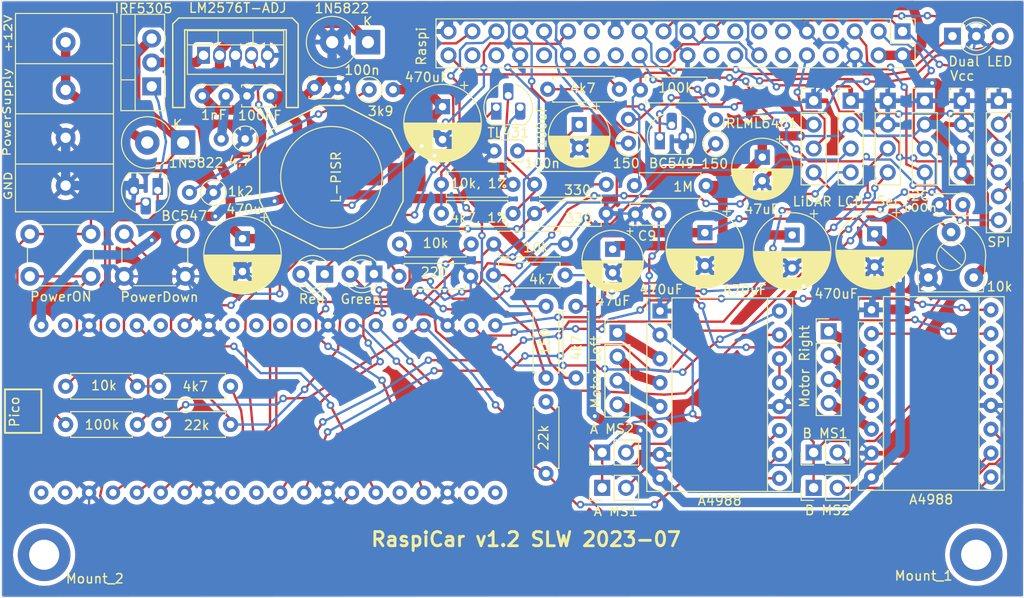
<source format=kicad_pcb>
(kicad_pcb (version 20221018) (generator pcbnew)
  (layers (0 "F.Cu" signal) (31 "B.Cu" signal) (34 "B.Paste" user) (35 "F.Paste" user) (36 "B.SilkS" user "B.Silkscreen") (37 "F.SilkS" user "F.Silkscreen") (38 "B.Mask" user) (39 "F.Mask" user) (44 "Edge.Cuts" user))
  (net 0 "")
  (net 1 "GND")
  (net 2 "RP2040_V3.3")
  (net 3 "Net-(A1-1B)")
  (net 4 "Net-(A1-1A)")
  (net 5 "Net-(A1-2A)")
  (net 6 "Net-(A1-2B)")
  (net 7 "VDD")
  (net 8 "RP2040_GP21")
  (net 9 "Net-(A1-MS1)")
  (net 10 "Net-(A1-MS2)")
  (net 11 "Net-(A1-~{RESET})")
  (net 12 "RP2040_GP20")
  (net 13 "RP2040_GP19")
  (net 14 "Net-(A2-1B)")
  (net 15 "Net-(A2-1A)")
  (net 16 "Net-(A2-2A)")
  (net 17 "Net-(A2-2B)")
  (net 18 "RP2040_GP18")
  (net 19 "Net-(A2-MS1)")
  (net 20 "Net-(A2-MS2)")
  (net 21 "Net-(A2-~{RESET})")
  (net 22 "RP2040_GP17")
  (net 23 "RP2040_GP16")
  (net 24 "VCC")
  (net 25 "RP2040_ADC2")
  (net 26 "Net-(D2-K)")
  (net 27 "Net-(C15-Pad2)")
  (net 28 "Net-(D1-K)")
  (net 29 "Net-(D1-A)")
  (net 30 "Net-(D3-K)")
  (net 31 "Net-(D3-A)")
  (net 32 "Net-(D4-A1)")
  (net 33 "Net-(D4-A2)")
  (net 34 "Net-(D5-A)")
  (net 35 "Raspi_3.3V")
  (net 36 "GPIO2")
  (net 37 "GPIO3")
  (net 40 "U0_RxD")
  (net 47 "GPIO10-MOSI")
  (net 48 "GPIO09-MISO")
  (net 50 "GPIO11-SCLK")
  (net 51 "GPIO8-CE")
  (net 55 "RASPI_IN")
  (net 56 "GPIO6")
  (net 58 "GPIO13")
  (net 59 "RASPI_OUT")
  (net 61 "GPIO26")
  (net 63 "GPIO21")
  (net 64 "Net-(J6-Pin_2)")
  (net 65 "Net-(J6-Pin_4)")
  (net 66 "LCD_SDA")
  (net 67 "LCD_SCL")
  (net 68 "RP2040_TX")
  (net 69 "RP2040_RX")
  (net 70 "Net-(Q1-C)")
  (net 71 "Net-(Q1-B)")
  (net 72 "Net-(Q2-G)")
  (net 73 "Net-(Q3-G)")
  (net 74 "Net-(Q4-B)")
  (net 75 "Net-(U3-R)")
  (net 76 "Net-(U3-A)")
  (net 77 "Net-(R16-Pad1)")
  (net 78 "PowerON")
  (net 79 "Net-(U1-FB)")
  (net 80 "PowerDown_Bt")
  (footprint "Connector_PinHeader_2.54mm:PinHeader_1x04_P2.54mm_Vertical" (layer "F.Cu") (at 187.198 93.98)
    (fp_text reference "J10")
    (fp_text value "Ser")
  )
  (footprint "SLW-Footprints:TO-220-5_Vertical_tiny_heatsink" (layer "F.Cu") (at 114.4778 89.154)
    (fp_text reference "U1" hide)
    (fp_text value "LM2576T-ADJ")
  )
  (footprint "Connector_PinHeader_2.54mm:PinHeader_1x04_P2.54mm_Vertical" (layer "F.Cu") (at 179.324 93.98)
    (fp_text reference "J6")
    (fp_text value "LiDAR")
  )
  (footprint "Resistor_THT:R_Axial_DIN0207_L6.3mm_D2.5mm_P7.62mm_Horizontal" (layer "F.Cu") (at 139.7508 105.9688)
    (fp_text reference "R2")
    (fp_text value "4k7, 1%")
  )
  (footprint "Capacitor_THT:CP_Radial_D8.0mm_P3.50mm" (layer "F.Cu") (at 167.767 108.006 -90)
    (fp_text reference "C7")
    (fp_text value "470uF")
  )
  (footprint "Resistor_THT:R_Axial_DIN0207_L6.3mm_D2.5mm_P7.62mm_Horizontal" (layer "F.Cu") (at 154.051 115.824 -90)
    (fp_text reference "R11")
    (fp_text value "4k7")
  )
  (footprint "Resistor_THT:R_Axial_DIN0207_L6.3mm_D2.5mm_P7.62mm_Horizontal" (layer "F.Cu") (at 99.822 124.333)
    (fp_text reference "R16" hide)
    (fp_text value "10k")
  )
  (footprint "Connector_PinHeader_2.54mm:PinHeader_1x04_P2.54mm_Vertical" (layer "F.Cu") (at 158.4706 118.6434)
    (fp_text reference "J3")
    (fp_text value "Motor Left")
  )
  (footprint "Capacitor_THT:C_Disc_D3.4mm_W2.1mm_P2.50mm" (layer "F.Cu") (at 162.8648 106.045 180)
    (fp_text reference "C9")
    (fp_text value "100nF")
  )
  (footprint "Resistor_THT:R_Axial_DIN0207_L6.3mm_D2.5mm_P2.54mm_Vertical" (layer "F.Cu") (at 168.91 98.552 90)
    (fp_text reference "R13" hide)
    (fp_text value "150")
  )
  (footprint "SLW-Footprints:ScrewTerminal_1x4" (layer "F.Cu") (at 99.822 105.537 180)
    (fp_text reference "J1" hide)
    (fp_text value "PowerSupply")
  )
  (footprint "Capacitor_THT:C_Disc_D3.4mm_W2.1mm_P2.50mm" (layer "F.Cu") (at 121.5898 93.472 180)
    (fp_text reference "C3")
    (fp_text value "100nF")
  )
  (footprint "Capacitor_THT:C_Disc_D3.4mm_W2.1mm_P2.50mm" (layer "F.Cu") (at 128.758 92.583 180)
    (fp_text reference "C8")
    (fp_text value "100n")
  )
  (footprint "Resistor_THT:R_Axial_DIN0207_L6.3mm_D2.5mm_P7.62mm_Horizontal" (layer "F.Cu") (at 152.908 112.522 180)
    (fp_text reference "R10")
    (fp_text value "4k7")
  )
  (footprint "Capacitor_THT:C_Disc_D3.4mm_W2.1mm_P2.50mm" (layer "F.Cu") (at 114.3508 93.472)
    (fp_text reference "C15")
    (fp_text value "1nF")
  )
  (footprint "Resistor_THT:R_Axial_DIN0207_L6.3mm_D2.5mm_P7.62mm_Horizontal" (layer "F.Cu") (at 149.6568 105.9688)
    (fp_text reference "R17")
    (fp_text value "330")
  )
  (footprint "Resistor_THT:R_Axial_DIN0207_L6.3mm_D2.5mm_P7.62mm_Horizontal" (layer "F.Cu") (at 109.728 128.397)
    (fp_text reference "R4" hide)
    (fp_text value "22k")
  )
  (footprint "Resistor_THT:R_Axial_DIN0207_L6.3mm_D2.5mm_P7.62mm_Horizontal" (layer "F.Cu") (at 107.442 128.397 180)
    (fp_text reference "R15" hide)
    (fp_text value "100k")
  )
  (footprint "Capacitor_THT:CP_Radial_D8.0mm_P3.50mm" (layer "F.Cu") (at 139.8778 94.613349 -90)
    (fp_text reference "C2")
    (fp_text value "470uF")
  )
  (footprint "Capacitor_THT:CP_Radial_D6.3mm_P2.50mm" (layer "F.Cu") (at 173.863 99.989 -90)
    (fp_text reference "C13")
    (fp_text value "47uF")
  )
  (footprint "Connector_PinHeader_2.54mm:PinHeader_1x02_P2.54mm_Vertical" (layer "F.Cu") (at 156.845 135.128 90)
    (fp_text reference "JP1")
    (fp_text value "A MS1")
  )
  (footprint "SLW-Footprints:R-Trim_horizontal" (layer "F.Cu") (at 193.929 110.617 90)
    (fp_text reference "RV1" hide)
    (fp_text value "10k")
  )
  (footprint "Capacitor_THT:C_Disc_D3.4mm_W2.1mm_P2.50mm" (layer "F.Cu") (at 145.3588 99.314)
    (fp_text reference "C4")
    (fp_text value "100n")
  )
  (footprint "Resistor_THT:R_Axial_DIN0207_L6.3mm_D2.5mm_P2.54mm_Vertical" (layer "F.Cu") (at 118.901 98.044 180)
    (fp_text reference "R21")
    (fp_text value "4,7")
  )
  (footprint "Connector_PinHeader_2.54mm:PinHeader_1x04_P2.54mm_Vertical" (layer "F.Cu") (at 195.072 93.98)
    (fp_text reference "J9")
    (fp_text value "Vcc")
  )
  (footprint "Connector_PinHeader_2.54mm:PinHeader_1x04_P2.54mm_Vertical" (layer "F.Cu") (at 183.261 93.98)
    (fp_text reference "J7")
    (fp_text value "LCD")
  )
  (footprint "Capacitor_THT:CP_Radial_D8.0mm_P3.50mm" (layer "F.Cu") (at 185.801 108.133 -90)
    (fp_text reference "C6")
    (fp_text value "470uF")
  )
  (footprint "Package_TO_SOT_THT:TO-92_HandSolder" (layer "F.Cu") (at 109.601 103.505 180)
    (fp_text reference "Q4")
    (fp_text value "BC547")
  )
  (footprint "Module:Pololu_Breakout-16_15.2x20.3mm" (layer "F.Cu") (at 162.9918 116.332)
    (fp_text reference "A1")
    (fp_text value "A4988")
  )
  (footprint "Package_TO_SOT_THT:TO-220-3_Vertical" (layer "F.Cu") (at 108.966 92.456 90)
    (fp_text reference "Q3")
    (fp_text value "IRF5305")
  )
  (footprint "Resistor_THT:R_Axial_DIN0207_L6.3mm_D2.5mm_P2.54mm_Vertical" (layer "F.Cu") (at 132.08 92.8116)
    (fp_text reference "R22" hide)
    (fp_text value "3k9")
  )
  (footprint "Capacitor_THT:CP_Radial_D6.3mm_P2.50mm" (layer "F.Cu") (at 154.4066 96.5092 -90)
    (fp_text reference "C5" hide)
    (fp_text value "100uF")
  )
  (footprint "Connector_PinHeader_2.54mm:PinHeader_2x20_P2.54mm_Vertical" (layer "F.Cu") (at 188.7728 86.614 -90)
    (fp_text reference "J2")
    (fp_text value "Raspi")
  )
  (footprint "SLW-Footprints:LED_D3.0mm-3-center-kathode" (layer "F.Cu") (at 194.0814 87.122)
    (fp_text reference "D4")
    (fp_text value "Dual LED")
  )
  (footprint "Resistor_THT:R_Axial_DIN0207_L6.3mm_D2.5mm_P7.62mm_Horizontal" (layer "F.Cu") (at 135.3058 109.22)
    (fp_text reference "R8")
    (fp_text value "10k")
  )
  (footprint "Package_TO_SOT_THT:TO-92_HandSolder" (layer "F.Cu") (at 162.9664 97.8408)
    (fp_text reference "Q1")
    (fp_text value "BC549")
  )
  (footprint "Connector_PinHeader_2.54mm:PinHeader_1x02_P2.54mm_Vertical" (layer "F.Cu") (at 156.845 131.3688 90)
    (fp_text reference "JP4")
    (fp_text value "A MS2")
  )
  (footprint "Diode_THT:D_DO-201AE_P3.81mm_Vertical_KathodeUp" (layer "F.Cu") (at 131.953 87.757 180)
    (fp_text reference "D2" hide)
    (fp_text value "1N5822")
  )
  (footprint "Resistor_THT:R_Axial_DIN0207_L6.3mm_D2.5mm_P7.62mm_Horizontal" (layer "F.Cu") (at 142.875 112.649 180)
    (fp_text reference "R20")
    (fp_text value "220")
  )
  (footprint "Module:Pololu_Breakout-16_15.2x20.3mm" (layer "F.Cu") (at 185.4708 116.205)
    (fp_text reference "A2")
    (fp_text value "A4988")
  )
  (footprint "Resistor_THT:R_Axial_DIN0207_L6.3mm_D2.5mm_P7.62mm_Horizontal" (layer "F.Cu") (at 145.3134 109.22)
    (fp_text reference "R9")
    (fp_text value "10k")
  )
  (footprint "SLW-Footprints:SW_PUSH_6mm_H5mm" (layer "F.Cu") (at 106.045 108.149)
    (fp_text reference "SW2")
    (fp_text value "PowerDown")
  )
  (footprint "Diode_THT:D_DO-201AE_P3.81mm_Vertical_KathodeUp" (layer "F.Cu") (at 112.308 98.425 180)
    (fp_text reference "D1" hide)
    (fp_text value "1N5822")
  )
  (footprint "Connector_PinHeader_2.54mm:PinHeader_1x06_P2.54mm_Vertical" (layer "F.Cu") (at 199.009 93.98)
    (fp_text reference "J5")
    (fp_text value "SPI")
  )
  (footprint "Capacitor_THT:CP_Radial_D8.0mm_P3.50mm" (layer "F.Cu") (at 118.618 108.641 -90)
    (fp_text reference "C1")
    (fp_text value "470u")
  )
  (footprint "Capacitor_THT:CP_Radial_D8.0mm_P3.50mm" (layer "F.Cu") (at 177.038 108.26 -90)
    (fp_text reference "C11")
    (fp_text value "470uF")
  )
  (footprint "Resistor_THT:R_Axial_DIN0207_L6.3mm_D2.5mm_P7.62mm_Horizontal" (layer "F.Cu") (at 160.909 92.837)
    (fp_text reference "R7")
    (fp_text value "100k")
  )
  (footprint "Capacitor_THT:C_Disc_D3.4mm_W2.1mm_P2.50mm" (layer "F.Cu") (at 195.179 105.029 180)
    (fp_text reference "C14")
    (fp_text value "100n")
  )
  (footprint "Resistor_THT:R_Axial_DIN0207_L6.3mm_D2.5mm_P7.62mm_Horizontal" (layer "F.Cu") (at 109.728 124.333)
    (fp_text reference "R19")
    (fp_text value "4k7")
  )
  (footprint "Resistor_THT:R_Axial_DIN0207_L6.3mm_D2.5mm_P7.62mm_Horizontal" (layer "F.Cu") (at 150.876 133.604 90)
    (fp_text reference "R18")
    (fp_text value "22k")
  )
  (footprint "MountingHole:MountingHole_3.2mm_M3_DIN965_Pad" (layer "F.Cu") (at 97.536 142.24)
    (fp_text reference "Mount_2" hide)
    (fp_text value "Mount_2")
  )
  (footprint "LED_THT:LED_D3.0mm" (layer "F.Cu") (at 132.588 112.395 180)
    (fp_text reference "D5" hide)
    (fp_text value "Green")
  )
  (footprint "Resistor_THT:R_Axial_DIN0207_L6.3mm_D2.5mm_P7.62mm_Horizontal" (layer "F.Cu") (at 149.6568 102.87)
    (fp_text reference "R3")
    (fp_text value "330")
  )
  (footprint "Capacitor_THT:CP_Radial_D6.3mm_P2.50mm" (layer "F.Cu") (at 157.9626 109.768 -90)
    (fp_text reference "C12")
    (fp_text value "47uF")
  )
  (footprint "Resistor_THT:R_Axial_DIN0207_L6.3mm_D2.5mm_P2.54mm_Vertical" (layer "F.Cu") (at 115.5192 103.7336 180)
    (fp_text reference "R23" hide)
    (fp_text value "1k2")
  )
  (footprint "Connector_PinHeader_2.54mm:PinHeader_1x02_P2.54mm_Vertical" (layer "F.Cu") (at 179.319 131.3688 90)
    (fp_text reference "JP3")
    (fp_text value "B MS1")
  )
  (footprint "Package_TO_SOT_THT:TO-92_HandSolder" (layer "F.Cu") (at 145.5928 94.6912)
    (fp_text reference "U3")
    (fp_text value "TL431")
  )
  (footprint "Resistor_THT:R_Axial_DIN0207_L6.3mm_D2.5mm_P7.62mm_Horizontal" (layer "F.Cu") (at 151.0538 92.7608)
    (fp_text reference "R5")
    (fp_text value "4k7")
  )
  (footprint "SLW-Footprints:SW_PUSH_6mm_H5mm" (layer "F.Cu") (at 102.512 112.649 180)
    (fp_text reference "SW1" hide)
    (fp_text value "PowerON")
  )
  (footprint "Connector_PinHeader_2.54mm:PinHeader_1x04_P2.54mm_Vertical" (layer "F.Cu") (at 191.135 93.98)
    (fp_text reference "J8")
    (fp_text value "I2C")
  )
  (footprint "Resistor_THT:R_Axial_DIN0207_L6.3mm_D2.5mm_P7.62mm_Horizontal" (layer "F.Cu") (at 150.876 115.824 -90)
    (fp_text reference "R14")
    (fp_text value "150")
  )
  (footprint "MountingHole:MountingHole_3.2mm_M3_DIN965_Pad" (layer "F.Cu") (at 196.596 142.24)
    (fp_text reference "Mount_1" hide)
    (fp_text value "Mount_1")
  )
  (footprint "LED_THT:LED_D3.0mm" (layer "F.Cu") (at 127.3556 112.4204 180)
    (fp_text reference "D3")
    (fp_text value "Red")
  )
  (footprint "Resistor_THT:R_Axial_DIN0207_L6.3mm_D2.5mm_P7.62mm_Horizontal" (layer "F.Cu") (at 139.7508 102.87)
    (fp_text reference "R1")
    (fp_text value "10k, 1%")
  )
  (footprint "Resistor_THT:R_Axial_DIN0207_L6.3mm_D2.5mm_P2.54mm_Vertical" (layer "F.Cu") (at 159.639 98.5012 90)
    (fp_text reference "R12")
    (fp_text value "150")
  )
  (footprint "Connector_PinHeader_2.54mm:PinHeader_1x02_P2.54mm_Vertical" (layer "F.Cu") (at 179.324 135.128 90)
    (fp_text reference "JP2" hide)
    (fp_text value "B MS2")
  )
  (footprint "Connector_PinHeader_2.54mm:PinHeader_1x04_P2.54mm_Vertical" (layer "F.Cu") (at 180.9242 118.491)
    (fp_text reference "J4")
    (fp_text value "Motor Right")
  )
  (footprint "Package_TO_SOT_SMD:SOT-23" (layer "F.Cu") (at 173.5605 93.98)
    (fp_text reference "Q2")
    (fp_text value "IRLML6401")
  )
  (footprint "Resistor_THT:R_Axial_DIN0207_L6.3mm_D2.5mm_P7.62mm_Horizontal" (layer "F.Cu") (at 160.274 102.997)
    (fp_text reference "R6")
    (fp_text value "1M")
  )
  (footprint "SLW-Footprints:Raspi_RP2040" (layer "F.Cu") (at 97.2312 135.636 90)
    (fp_text reference "U2")
    (fp_text value "Pico")
  )
  (footprint "SLW-Footprints:L-PISR-100" (layer "F.Cu") (at 128.0658 102.108 -90)
    (fp_text reference "L1")
    (fp_text value "L-PISR")
  )
  (gr_rect (start 93.3704 124.6632) (end 97.2312 129.286) (stroke (width 0.2)) (fill none) (layer "F.SilkS"))
  (gr_line (start 92.964 83.312) (end 201.676 83.312) (stroke (width 0.05)) (layer "Edge.Cuts"))
  (gr_line (start 201.676 83.312) (end 201.676 146.812) (stroke (width 0.05)) (layer "Edge.Cuts"))
  (gr_line (start 92.964 83.312) (end 92.964 146.812) (stroke (width 0.05)) (layer "Edge.Cuts"))
  (gr_line (start 92.964 146.812) (end 201.676 146.812) (stroke (width 0.05)) (layer "Edge.Cuts"))
  (gr_text "+12V" (at 94.1832 88.9508 90) (layer "F.SilkS") (effects (font (size 0.8 1)) (justify left bottom)))
  (gr_text "RaspiCar v1.2 SLW 2023-07" (at 132.1308 141.478) (layer "F.SilkS") (effects (font (size 1.5 1.5) (thickness 0.3) bold) (justify left bottom)))
  (gr_text "GND" (at 94.1832 104.648 90) (layer "F.SilkS") (effects (font (size 0.8 1)) (justify left bottom)))
  (segment (start 155.53797 99.0092) (end 158.4018 101.87303) (width 0.25) (layer "F.Cu") (net 1))
  (segment (start 158.4018 101.87303) (end 158.4018 104.8438) (width 0.25) (layer "F.Cu") (net 1))
  (segment (start 154.4066 99.0092) (end 155.53797 99.0092) (width 0.25) (layer "F.Cu") (net 1))
  (segment (start 158.4018 104.8438) (end 157.2768 105.9688) (width 0.25) (layer "F.Cu") (net 1))
  (segment (start 194.6656 103.2256) (end 194.2084 103.5304) (width 0.25) (layer "B.Cu") (net 1))
  (segment (start 164.1168 132.697) (end 162.9918 131.572) (width 0.25) (layer "B.Cu") (net 1))
  (segment (start 99.822 97.917) (end 99.822 102.997) (width 1) (layer "B.Cu") (net 1))
  (segment (start 116.3234 85.6996) (end 99.404526 85.6996) (width 1) (layer "B.Cu") (net 1))
  (segment (start 123.2916 113.5888) (end 127.7112 117.856) (width 0.25) (layer "B.Cu") (net 1))
  (segment (start 146.9578 85.3622) (end 146.6596 85.064) (width 0.25) (layer "B.Cu") (net 1))
  (segment (start 172.3578 85.223) (end 172.5168 85.064) (width 0.25) (layer "B.Cu") (net 1))
  (segment (start 115.5192 103.7336) (end 113.284 105.9688) (width 1) (layer "B.Cu") (net 1))
  (segment (start 173.5328 89.154) (end 172.3578 87.979) (width 0.25) (layer "B.Cu") (net 1))
  (segment (start 113.5888 115.0112) (end 115.0112 117.856) (width 0.25) (layer "B.Cu") (net 1))
  (segment (start 130.048 137.9728) (end 138.43 137.6172) (width 0.25) (layer "B.Cu") (net 1))
  (segment (start 165.9128 89.154) (end 164.7378 87.979) (width 0.25) (layer "B.Cu") (net 1))
  (segment (start 187.198 93.98) (end 187.198 96.52) (width 0.25) (layer "B.Cu") (net 1))
  (segment (start 197.1548 98.6028) (end 197.1548 102.5144) (width 0.25) (layer "B.Cu") (net 1))
  (segment (start 195.5292 92.202) (end 195.072 93.98) (width 0.25) (layer "B.Cu") (net 1))
  (segment (start 192.405 105.029) (end 192.679 105.029) (width 0.25) (layer "B.Cu") (net 1))
  (segment (start 148.1328 89.154) (end 146.9578 87.979) (width 0.25) (layer "B.Cu") (net 1))
  (segment (start 179.324 93.5228) (end 183.6928 89.154) (width 0.25) (layer "B.Cu") (net 1))
  (segment (start 179.324 93.98) (end 179.324 93.5228) (width 0.25) (layer "B.Cu") (net 1))
  (segment (start 101.0412 138.2268) (end 102.3112 136.9568) (width 0.25) (layer "B.Cu") (net 1))
  (segment (start 102.3112 117.856) (end 99.568 120.5992) (width 0.25) (layer "B.Cu") (net 1))
  (segment (start 185.4708 116.205) (end 180.8602 116.205) (width 0.25) (layer "B.Cu") (net 1))
  (segment (start 118.11 112.649) (end 118.618 112.141) (width 0.25) (layer "B.Cu") (net 1))
  (segment (start 109.3216 107.0356) (end 113.1824 105.9688) (width 1) (layer "B.Cu") (net 1))
  (segment (start 172.3578 87.979) (end 172.3578 85.223) (width 0.25) (layer "B.Cu") (net 1))
  (segment (start 162.9918 116.2812) (end 167.767 111.506) (width 0.25) (layer "B.Cu") (net 1))
  (segment (start 102.3112 136.9568) (end 102.3112 135.636) (width 0.25) (layer "B.Cu") (net 1))
  (segment (start 178.7652 128.3716) (end 176.8856 126.492) (width 0.25) (layer "B.Cu") (net 1))
  (segment (start 197.1548 102.5144) (end 196.4436 103.2256) (width 0.25) (layer "B.Cu") (net 1))
  (segment (start 105.7148 104.9528) (end 105.7148 102.997) (width 1) (layer "B.Cu") (net 1))
  (segment (start 160.2886 105.9688) (end 160.3648 106.045) (width 0.25) (layer "B.Cu") (net 1))
  (segment (start 100.9904 138.176) (end 101.0412 138.2268) (width 0.25) (layer "B.Cu") (net 1))
  (segment (start 128.143 87.757) (end 128.143 91.968) (width 1) (layer "B.Cu") (net 1))
  (segment (start 198.1708 126.365) (end 199.2958 127.49) (width 0.25) (layer "B.Cu") (net 1))
  (segment (start 157.2768 105.9688) (end 160.2886 105.9688) (width 0.25) (layer "B.Cu") (net 1))
  (segment (start 182.3974 128.3716) (end 178.7652 128.3716) (width 0.25) (layer "B.Cu") (net 1))
  (segment (start 131.6976 91.3116) (end 135.241321 91.3116) (width 1) (layer "B.Cu") (net 1))
  (segment (start 199.2958 134.5618) (end 196.1896 137.668) (width 0.25) (layer "B.Cu") (net 1))
  (segment (start 107.7976 107.0356) (end 105.7148 104.9528) (width 1) (layer "B.Cu") (net 1))
  (segment (start 140.5128 85.1148) (end 140.5128 86.614) (width 1) (layer "B.Cu") (net 1))
  (segment (start 126.0856 85.6996) (end 121.2596 85.6996) (width 1) (layer "B.Cu") (net 1))
  (segment (start 105.7148 102.997) (end 106.553 102.997) (width 1) (layer "B.Cu") (net 1))
  (segment (start 195.072 93.98) (end 195.072 96.52) (width 0.25) (layer "B.Cu") (net 1))
  (segment (start 94.3864 121.666) (end 94.3864 136.7028) (width 0.25) (layer "B.Cu") (net 1))
  (segment (start 127.7112 135.636) (end 130.048 137.9728) (width 0.25) (layer "B.Cu") (net 1))
  (segment (start 140.5636 85.064) (end 146.6596 85.064) (width 1) (layer "B.Cu") (net 1))
  (segment (start 99.822 102.997) (end 105.7148 102.997) (width 1) (layer "B.Cu") (net 1))
  (segment (start 180.8602 116.205) (end 178.4604 118.6048) (width 0.25) (layer "B.Cu") (net 1))
  (segment (start 128.143 87.757) (end 126.0856 85.6996) (width 1) (layer "B.Cu") (net 1))
  (segment (start 135.241321 91.3116) (end 138.3284 94.398679) (width 1) (layer "B.Cu") (net 1))
  (segment (start 95.8596 138.176) (end 100.9904 138.176) (width 0.25) (layer "B.Cu") (net 1))
  (segment (start 102.3112 135.636) (end 104.8512 138.176) (width 0.25) (layer "B.Cu") (net 1))
  (segment (start 158.2928 86.614) (end 158.2928 85.2164) (width 1) (layer "B.Cu") (net 1))
  (segment (start 199.2958 127.49) (end 199.2958 134.5618) (width 0.25) (layer "B.Cu") (net 1))
  (segment (start 138.43 137.6172) (end 140.4112 135.636) (width 0.25) (layer "B.Cu") (net 1))
  (segment (start 113.284 105.9688) (end 113.1824 105.9688) (width 1) (layer "B.Cu") (net 1))
  (segment (start 185.801 115.8748) (end 185.4708 116.205) (width 0.25) (layer "B.Cu") (net 1))
  (segment (start 177.0628 85.064) (end 178.6128 86.614) (width 1) (layer "B.Cu") (net 1))
  (segment (start 196.4436 103.2256) (end 194.6656 103.2256) (width 0.25) (layer "B.Cu") (net 1))
  (segment (start 107.7976 107.0356) (end 109.3216 107.0356) (width 1) (layer "B.Cu") (net 1))
  (segment (start 185.4708 131.445) (end 184.2188 132.697) (width 0.25) (layer "B.Cu") (net 1))
  (segment (start 146.6596 85.064) (end 151.9936 85.064) (width 1) (layer "B.Cu") (net 1))
  (segment (start 139.1412 116.7892) (end 140.4112 117.856) (width 0.25) (layer "B.Cu") (net 1))
  (segment (start 104.8512 138.176) (end 112.4712 138.176) (width 0.25) (layer "B.Cu") (net 1))
  (segment (start 164.7378 87.979) (end 164.7378 85.1722) (width 0.25) (layer "B.Cu") (net 1))
  (segment (start 136.652 115.062) (end 139.1412 116.7892) (width 0.25) (layer "B.Cu") (net 1))
  (segment (start 176.8856 126.492) (end 175.6918 126.492) (width 0.25) (layer "B.Cu") (net 1))
  (segment (start 139.8778 98.113349) (end 143.7132 98.9584) (width 1) (layer "B.Cu") (net 1))
  (segment (start 117.8778 87.254) (end 116.3234 85.6996) (width 1) (layer "B.Cu") (net 1))
  (segment (start 179.7878 87.789) (end 178.6128 86.614) (width 0.25) (layer "B.Cu") (net 1))
  (segment (start 94.3864 136.7028) (end 95.8596 138.176) (width 0.25) (layer "B.Cu") (net 1))
  (segment (start 140.5636 85.064) (end 140.5128 85.1148) (width 1) (layer "B.Cu") (net 1))
  (segment (start 190.373 111.633) (end 191.516 112.776) (width 0.25) (layer "B.Cu") (net 1))
  (segment (start 178.4604 118.6048) (end 178.4604 121.7168) (width 0.25) (layer "B.Cu") (net 1))
  (segment (start 128.143 91.968) (end 128.758 92.583) (width 1) (layer "B.Cu") (net 1))
  (segment (start 173.863 111.0742) (end 174.2948 111.506) (width 0.25) (layer "B.Cu") (net 1))
  (segment (start 167.767 111.506) (end 174.2948 111.506) (width 0.25) (layer "B.Cu") (net 1))
  (segment (start 146.9578 87.979) (end 146.9578 85.3622) (width 0.25) (layer "B.Cu") (net 1))
  (segment (start 132.588 112.9792) (end 132.588 112.395) (width 0.25) (layer "B.Cu") (net 1))
  (segment (start 183.261 93.98) (end 195.072 93.98) (width 0.25) (layer "B.Cu") (net 1))
  (segment (start 165.5064 97.8408) (end 165.9128 89.154) (width 0.25) (layer "B.Cu") (net 1))
  (segment (start 158.4452 85.064) (end 164.846 85.064) (width 1) (layer "B.Cu") (net 1))
  (segment (start 132.588 112.395) (end 136.652 115.062) (width 0.25) (layer "B.Cu") (net 1))
  (segment (start 112.4712 138.176) (end 115.0112 135.636) (width 0.25) (layer "B.Cu") (net 1))
  (segment (start 99.404526 85.6996) (end 97.9424 87.161726) (width 1) (layer "B.Cu") (net 1))
  (segment (start 161.810801 111.468001) (end 162.9918 112.649) (width 0.25) (layer "B.Cu") (net 1))
  (segment (start 106.553 102.997) (end 107.061 103.505) (width 1) (layer "B.Cu") (net 1))
  (segment (start 157.9626 112.268) (end 158.762599 111.468001) (width 0.25) (layer "B.Cu") (net 1))
  (segment (start 195.072 93.98) (end 199.009 93.98) (width 0.25) (layer "B.Cu") (net 1))
  (segment (start 151.9936 85.064) (end 158.4452 85.064) (width 1) (layer "B.Cu") (net 1))
  (segment (start 102.3112 117.856) (end 103.6828 116.1796) (width 0.25) (layer "B.Cu") (net 1))
  (segment (start 127.7112 117.856) (end 132.588 112.9792) (width 0.25) (layer "B.Cu") (net 1))
  (segment (start 173.863 102.489) (end 173.863 111.0742) (width 0.25) (layer "B.Cu") (net 1))
  (segment (start 196.6214 87.122) (end 195.5292 92.202) (width 0.25) (layer "B.Cu") (net 1))
  (segment (start 117.2464 137.8712) (end 125.5776 137.7696) (width 0.25) (layer "B.Cu") (net 1))
  (segment (start 177.038 111.76) (end 185.674 111.76) (width 0.25) (layer "B.Cu") (net 1))
  (segment (start 112.545 112.649) (end 113.5888 115.0112) (width 0.25) (layer "B.Cu") (net 1))
  (segment (start 121.2778 85.7178) (end 121.2596 85.6996) (width 0.25) (layer "B.Cu") (net 1))
  (segment (start 138.3284 96.563949) (end 139.8778 98.113349) (width 1) (layer "B.Cu") (net 1))
  (segment (start 187.198 93.98) (end 187.198 92.6592) (width 0.25) (layer "B.Cu") (net 1))
  (segment (start 99.568 120.5992) (end 95.504 120.5992) (width 0.25) (layer "B.Cu") (net 1))
  (segment (start 183.6928 89.154) (end 182.3278 87.789) (width 0.25) (layer "B.Cu") (net 1))
  (segment (start 162.9918 116.332) (end 162.9918 116.2812) (width 0.25) (layer "B.Cu") (net 1))
  (segment (start 160.3648 106.045) (end 160.3648 109.8658) (width 0.25) (layer "B.Cu") (net 1))
  (segment (start 185.674 111.76) (end 185.801 111.633) (width 0.25) (layer "B.Cu") (net 1))
  (segment (start 158.2928 85.2164) (end 158.4452 85.064) (width 1) (layer "B.Cu") (net 1))
  (segment (start 103.6828 116.1796) (end 106.045 112.649) (width 0.25) (layer "B.Cu") (net 1))
  (segment (start 117.8778 92.26) (end 119.0898 93.472) (width 1) (layer "B.Cu") (net 1))
  (segment (start 117.8778 89.154) (end 117.8778 92.26) (width 1) (layer "B.Cu") (net 1))
  (segment (start 121.2778 89.154) (end 121.2778 85.7178) (width 0.25) (layer "B.Cu") (net 1))
  (segment (start 194.2084 103.5304) (end 194.076 103.632) (width 0.25) (layer "B.Cu") (net 1))
  (segment (start 128.143 87.757) (end 130.836 85.064) (width 1) (layer "B.Cu") (net 1))
  (segment (start 142.4432 137.668) (end 140.4112 135.636) (width 0.25) (layer "B.Cu") (net 1))
  (segment (start 97.9424 87.161726) (end 97.9424 96.0374) (width 1) (layer "B.Cu") (net 1))
  (segment (start 195.072 96.52) (end 197.1548 98.6028) (width 0.25) (layer "B.Cu") (net 1))
  (segment (start 118.618 112.141) (end 123.2916 113.5888) (width 0.25) (layer "B.Cu") (net 1))
  (segment (start 151.9428 87.4776) (end 151.9936 85.064) (width 0.25) (layer "B.Cu") (net 1))
  (segment (start 172.5168 85.064) (end 177.0628 85.064) (width 1) (layer "B.Cu") (net 1))
  (segment (start 185.801 111.633) (end 192.405 105.029) (width 0.25) (layer "B.Cu") (net 1))
  (segment (start 118.618 111.4044) (end 118.618 112.141) (width 1) (layer "B.Cu") (net 1))
  (segment (start 112.545 112.649) (end 118.11 112.649) (width 0.25) (layer "B.Cu") (net 1))
  (segment (start 128.143 87.757) (end 131.6976 91.3116) (width 1) (layer "B.Cu") (net 1))
  (segment (start 130.836 85.064) (end 140.5636 85.064) (width 1) (layer "B.Cu") (net 1))
  (segment (start 194.076 103.632) (end 192.679 105.029) (width 0.25) (layer "B.Cu") (net 1))
  (segment (start 184.2188 132.697) (end 164.1168 132.697) (width 0.25) (layer "B.Cu") (net 1))
  (segment (start 115.0112 135.636) (end 117.2464 137.8712) (width 0.25) (layer "B.Cu") (net 1))
  (segment (start 187.198 92.6592) (end 183.6928 89.154) (width 0.25) (layer "B.Cu") (net 1))
  (segment (start 125.5776 137.7696) (end 127.7112 135.636) (width 0.25) (layer "B.Cu") (net 1))
  (segment (start 185.4708 131.445) (end 182.3974 128.3716) (width 0.25) (layer "B.Cu") (net 1))
  (segment (start 185.801 111.633) (end 190.373 111.633) (width 0.25) (layer "B.Cu") (net 1))
  (segment (start 182.3278 87.789) (end 179.7878 87.789) (width 0.25) (layer "B.Cu") (net 1))
  (segment (start 176.784 111.506) (end 177.038 111.76) (width 0.25) (layer "B.Cu") (net 1))
  (segment (start 138.3284 94.398679) (end 138.3284 96.563949) (width 1) (layer "B.Cu") (net 1))
  (segment (start 106.045 112.649) (end 112.545 112.649) (width 0.25) (layer "B.Cu") (net 1))
  (segment (start 143.7132 98.9584) (end 145.3588 99.314) (width 1) (layer "B.Cu") (net 1))
  (segment (start 142.875 115.3922) (end 140.4112 117.856) (width 0.25) (layer "B.Cu") (net 1))
  (segment (start 178.4604 121.7168) (end 178.4604 122.8344) (width 0.25) (layer "B.Cu") (net 1))
  (segment (start 153.2128 89.154) (end 151.9428 87.4776) (width 0.25) (layer "B.Cu") (net 1))
  (segment (start 119.0898 93.472) (end 118.901 98.044) (width 1) (layer "B.Cu") (net 1))
  (segment (start 95.504 120.5992) (end 94.3864 121.666) (width 0.25) (layer "B.Cu") (net 1))
  (segment (start 160.3648 109.8658) (end 157.9626 112.268) (width 0.25) (layer "B.Cu") (net 1))
  (segment (start 178.4604 122.8344) (end 175.6918 126.492) (width 0.25) (layer "B.Cu") (net 1))
  (segment (start 196.1896 137.668) (end 142.4432 137.668) (width 0.25) (layer "B.Cu") (net 1))
  (segment (start 121.2596 85.6996) (end 116.3234 85.6996) (width 1) (layer "B.Cu") (net 1))
  (segment (start 117.8778 89.154) (end 117.8778 87.254) (width 1) (layer "B.Cu") (net 1))
  (segment (start 164.7378 85.1722) (end 164.846 85.064) (width 0.25) (layer "B.Cu") (net 1))
  (segment (start 142.875 112.649) (end 142.875 115.3922) (width 0.25) (layer "B.Cu") (net 1))
  (segment (start 164.846 85.064) (end 172.5168 85.064) (width 1) (layer "B.Cu") (net 1))
  (segment (start 158.762599 111.468001) (end 161.810801 111.468001) (width 0.25) (layer "B.Cu") (net 1))
  (segment (start 113.1824 105.9688) (end 118.618 111.4044) (width 1) (layer "B.Cu") (net 1))
  (segment (start 162.9918 112.649) (end 162.9918 116.332) (width 0.25) (layer "B.Cu") (net 1))
  (segment (start 185.801 111.633) (end 185.801 115.8748) (width 0.25) (layer "B.Cu") (net 1))
  (segment (start 174.2948 111.506) (end 176.784 111.506) (width 0.25) (layer "B.Cu") (net 1))
  (segment (start 97.9424 96.0374) (end 99.822 97.917) (width 1) (layer "B.Cu") (net 1))
  (segment (start 128.778 120.396) (end 129.032 116.7892) (width 0.25) (layer "F.Cu") (net 2))
  (segment (start 162.8648 106.045) (end 161.7398 104.92) (width 0.25) (layer "F.Cu") (net 2))
  (segment (start 125.222 124.6632) (end 128.778 120.396) (width 0.25) (layer "F.Cu") (net 2))
  (segment (start 156.845 131.3688) (end 156.845 135.128) (width 0.25) (layer "F.Cu") (net 2))
  (segment (start 161.8488 110.7973) (end 162.1536 110.4925) (width 0.25) (layer "F.Cu") (net 2))
  (segment (start 179.319 131.3688) (end 179.319 130.2688) (width 0.25) (layer "F.Cu") (net 2))
  (segment (start 156.2608 131.3688) (end 156.845 131.3688) (width 0.25) (layer "F.Cu") (net 2))
  (segment (start 180.5382 130.1496) (end 179.319 131.3688) (width 0.25) (layer "F.Cu") (net 2))
  (segment (start 157.742791 107.0938) (end 155.811 107.0938) (width 0.25) (layer "F.Cu") (net 2))
  (segment (start 195.6816 105.5316) (end 195.6816 109.22) (width 0.25) (layer "F.Cu") (net 2))
  (segment (start 176.7106 127.6604) (end 166.878 127.6604) (width 0.25) (layer "F.Cu") (net 2))
  (segment (start 190.119 118.745) (end 185.4708 118.745) (width 0.25) (layer "F.Cu") (net 2))
  (segment (start 140.208 111.3536) (end 140.8176 110.8964) (width 0.25) (layer "F.Cu") (net 2))
  (segment (start 179.319 130.2688) (end 176.7106 127.6604) (width 0.25) (layer "F.Cu") (net 2))
  (segment (start 107.3912 117.856) (end 117.348 127.8128) (width 0.25) (layer "F.Cu") (net 2))
  (segment (start 140.9838 115.025) (end 145.638398 115.025) (width 0.25) (layer "F.Cu") (net 2))
  (segment (start 158.4018 106.3244) (end 158.4018 106.434791) (width 0.25) (layer "F.Cu") (net 2))
  (segment (start 145.638398 115.025) (end 146.714699 113.948699) (width 0.25) (layer "F.Cu") (net 2))
  (segment (start 140.1064 114.1476) (end 140.9838 115.025) (width 0.25) (layer "F.Cu") (net 2))
  (segment (start 150.876 125.984) (end 156.2608 131.3688) (width 0.25) (layer "F.Cu") (net 2))
  (segment (start 193.7512 113.6396) (end 190.119 118.745) (width 0.25) (layer "F.Cu") (net 2))
  (segment (start 130.5632 115.8168) (end 138.4372 115.8168) (width 0.25) (layer "F.Cu") (net 2))
  (segment (start 161.7398 104.92) (end 159.8062 104.92) (width 0.25) (layer "F.Cu") (net 2))
  (segment (start 117.348 128.397) (end 117.348 127.8128) (width 0.25) (layer "F.Cu") (net 2))
  (segment (start 166.878 127.6604) (end 166.4716 127.254) (width 0.25) (layer "F.Cu") (net 2))
  (segment (start 190.119 118.745) (end 190.119 125.847791) (width 0.25) (layer "F.Cu") (net 2))
  (segment (start 140.8176 110.8964) (end 142.9258 109.22) (width 0.25) (layer "F.Cu") (net 2))
  (segment (start 161.8488 112.5728) (end 161.8488 110.7973) (width 0.25) (layer "F.Cu") (net 2))
  (segment (start 194.8688 111.5568) (end 193.7512 113.6396) (width 0.25) (layer "F.Cu") (net 2))
  (segment (start 129.032 116.7892) (end 130.5632 115.8168) (width 0.25) (layer "F.Cu") (net 2))
  (segment (start 179.319 131.3688) (end 179.319 135.123) (width 0.25) (layer "F.Cu") (net 2))
  (segment (start 185.817191 130.1496) (end 180.5382 130.1496) (width 0.25) (layer "F.Cu") (net 2))
  (segment (start 155.811 107.0938) (end 155.1432 106.426) (width 0.25) (layer "F.Cu") (net 2))
  (segment (start 138.4372 115.8168) (end 140.1064 114.1476) (width 0.25) (layer "F.Cu") (net 2))
  (segment (start 179.319 135.123) (end 179.324 135.128) (width 0.25) (layer "F.Cu") (net 2))
  (segment (start 195.179 105.029) (end 195.6816 105.5316) (width 0.25) (layer "F.Cu") (net 2))
  (segment (start 158.4018 106.434791) (end 157.742791 107.0938) (width 0.25) (layer "F.Cu") (net 2))
  (segment (start 190.119 125.847791) (end 185.817191 130.1496) (width 0.25) (layer "F.Cu") (net 2))
  (segment (start 195.6816 109.22) (end 194.8688 111.5568) (width 0.25) (layer "F.Cu") (net 2))
  (segment (start 159.8062 104.92) (end 158.4018 106.3244) (width 0.25) (layer "F.Cu") (net 2))
  (via (at 140.208 111.3536) (size 0.8) (drill 0.4) (layers "F.Cu" "B.Cu") (net 2))
  (via (at 161.8488 112.5728) (size 0.8) (drill 0.4) (layers "F.Cu" "B.Cu") (net 2))
  (via (at 140.1064 114.1476) (size 0.8) (drill 0.4) (layers "F.Cu" "B.Cu") (net 2))
  (via (at 162.1536 110.4925) (size 0.8) (drill 0.4) (layers "F.Cu" "B.Cu") (net 2))
  (via (at 166.4716 127.254) (size 0.8) (drill 0.4) (layers "F.Cu" "B.Cu") (net 2))
  (via (at 155.1432 106.426) (size 0.8) (drill 0.4) (layers "F.Cu" "B.Cu") (net 2))
  (via (at 146.714699 113.948699) (size 0.8) (drill 0.4) (layers "F.Cu" "B.Cu") (net 2))
  (via (at 125.222 124.6632) (size 0.8) (drill 0.4) (layers "F.Cu" "B.Cu") (net 2))
  (segment (start 151.443398 109.22) (end 152.9334 109.22) (width 0.25) (layer "B.Cu") (net 2))
  (segment (start 162.8648 109.7813) (end 162.8648 106.045) (width 0.25) (layer "B.Cu") (net 2))
  (segment (start 166.4716 121.666) (end 162.9918 118.872) (width 0.25) (layer "B.Cu") (net 2))
  (segment (start 140.1064 111.4552) (end 140.208 111.3536) (width 0.25) (layer "B.Cu") (net 2))
  (segment (start 166.4716 127.254) (end 166.4716 121.666) (width 0.25) (layer "B.Cu") (net 2))
  (segment (start 121.4882 128.397) (end 125.222 124.6632) (width 0.25) (layer "B.Cu") (net 2))
  (segment (start 117.348 128.397) (end 121.4882 128.397) (width 0.25) (layer "B.Cu") (net 2))
  (segment (start 161.8488 117.729) (end 161.8488 112.5728) (width 0.25) (layer "B.Cu") (net 2))
  (segment (start 156.845 131.3688) (end 160.1724 128.1684) (width 0.25) (layer "B.Cu") (net 2))
  (segment (start 162.9918 118.872) (end 161.8488 117.729) (width 0.25) (layer "B.Cu") (net 2))
  (segment (start 146.714699 113.948699) (end 151.443398 109.22) (width 0.25) (layer "B.Cu") (net 2))
  (segment (start 155.1432 106.426) (end 154.1272 107.696) (width 0.25) (layer "B.Cu") (net 2))
  (segment (start 162.1536 110.4925) (end 162.8648 109.7813) (width 0.25) (layer "B.Cu") (net 2))
  (segment (start 160.1724 128.1684) (end 164.3814 127.617) (width 0.25) (layer "B.Cu") (net 2))
  (segment (start 154.1272 107.696) (end 152.9334 109.22) (width 0.25) (layer "B.Cu") (net 2))
  (segment (start 164.3814 127.617) (end 166.4716 127.254) (width 0.25) (layer "B.Cu") (net 2))
  (segment (start 140.1064 114.1476) (end 140.1064 111.4552) (width 0.25) (layer "B.Cu") (net 2))
  (segment (start 160.9852 120.142) (end 158.4706 118.6434) (width 1) (layer "F.Cu") (net 3))
  (segment (start 162.9918 121.412) (end 160.9852 120.142) (width 1) (layer "F.Cu") (net 3))
  (segment (start 160.5788 123.19) (end 158.4706 121.1834) (width 1) (layer "F.Cu") (net 4))
  (segment (start 162.9918 123.952) (end 160.5788 123.19) (width 1) (layer "F.Cu") (net 4))
  (segment (start 160.4772 125.0696) (end 158.4706 123.7234) (width 1) (layer "B.Cu") (net 5))
  (segment (start 162.9918 126.492) (end 160.4772 125.0696) (width 1) (layer "B.Cu") (net 5))
  (segment (start 162.9918 129.032) (end 160.8328 127.2032) (width 1) (layer "F.Cu") (net 6))
  (segment (start 160.8328 127.2032) (end 158.4706 126.2634) (width 1) (layer "F.Cu") (net 6))
  (segment (start 114.7572 99.4664) (end 114.308 96.8328) (width 1) (layer "F.Cu") (net 7))
  (segment (start 155.5228 111.022) (end 149.649165 111.022) (width 1) (layer "F.Cu") (net 7))
  (segment (start 111.506 94.0308) (end 111.506 89.916) (width 1) (layer "F.Cu") (net 7))
  (segment (start 143.325965 102.87) (end 147.3708 102.87) (width 1) (layer "F.Cu") (net 7))
  (segment (start 114.308 96.8328) (end 111.506 94.0308) (width 1) (layer "F.Cu") (net 7))
  (segment (start 188.5188 113.0808) (end 188.5188 110.8508) (width 1) (layer "F.Cu") (net 7))
  (segment (start 117.3658 107.3888) (end 117.2972 102.7176) (width 1) (layer "F.Cu") (net 7))
  (segment (start 171.3992 106.5276) (end 184.1956 106.5276) (width 0.25) (layer "F.Cu") (net 7))
  (segment (start 118.618 108.641) (end 121.407078 108.641) (width 1) (layer "F.Cu") (net 7))
  (segment (start 143.325965 104.6988) (end 142.503582 103.692382) (width 1) (layer "F.Cu") (net 7))
  (segment (start 133.842182 104.378182) (end 141.817783 104.378182) (width 1) (layer "F.Cu") (net 7))
  (segment (start 113.7158 89.916) (end 114.4778 89.154) (width 1) (layer "F.Cu") (net 7))
  (segment (start 160.9344 129.032) (end 157.3276 128.2192) (width 1) (layer "F.Cu") (net 7))
  (segment (start 121.407078 108.641) (end 126.056178 103.9919) (width 1) (layer "F.Cu") (net 7))
  (segment (start 141.817783 104.378182) (end 143.325965 102.87) (width 1) (layer "F.Cu") (net 7))
  (segment (start 149.649165 111.022) (end 143.325965 104.6988) (width 1) (layer "F.Cu") (net 7))
  (segment (start 118.618 108.641) (end 117.3658 107.3888) (width 1) (layer "F.Cu") (net 7))
  (segment (start 167.767 108.006) (end 156.7246 108.006) (width 1) (layer "F.Cu") (net 7))
  (segment (start 155.702 109.0286) (end 155.702 111.2012) (width 1) (layer "F.Cu") (net 7))
  (segment (start 184.1956 106.5276) (end 185.801 108.133) (width 0.25) (layer "F.Cu") (net 7))
  (segment (start 111.506 89.916) (end 113.7158 89.916) (width 1) (layer "F.Cu") (net 7))
  (segment (start 156.7246 108.006) (end 155.702 109.0286) (width 1) (layer "F.Cu") (net 7))
  (segment (start 155.702 111.2012) (end 155.702 113.6396) (width 1) (layer "F.Cu") (net 7))
  (segment (start 108.966 89.916) (end 111.506 89.916) (width 1) (layer "F.Cu") (net 7))
  (segment (start 126.056178 103.9919) (end 133.4559 103.9919) (width 1) (layer "F.Cu") (net 7))
  (segment (start 117.2972 102.7176) (end 115.9764 100.1776) (width 1) (layer "F.Cu") (net 7))
  (segment (start 133.4559 103.9919) (end 133.842182 104.378182) (width 1) (layer "F.Cu") (net 7))
  (segment (start 157.3276 128.2192) (end 156.0576 127.508) (width 1) (layer "F.Cu") (net 7))
  (segment (start 188.5188 110.8508) (end 185.801 108.133) (width 1) (layer "F.Cu") (net 7))
  (segment (start 155.702 111.2012) (end 155.5228 111.022) (width 1) (layer "F.Cu") (net 7))
  (segment (start 115.9764 100.1776) (end 114.7572 99.4664) (width 1) (layer "F.Cu") (net 7))
  (via (at 156.0576 127.508) (size 0.8) (drill 0.4) (layers "F.Cu" "B.Cu") (net 7))
  (via (at 155.702 113.6396) (size 0.8) (drill 0.4) (layers "F.Cu" "B.Cu") (net 7))
  (via (at 171.3992 106.5276) (size 0.8) (drill 0.4) (layers "F.Cu" "B.Cu") (net 7))
  (via (at 188.5188 113.0808) (size 0.8) (drill 0.4) (layers "F.Cu" "B.Cu") (net 7))
  (via (at 160.9344 129.032) (size 0.8) (drill 0.4) (layers "F.Cu" "B.Cu") (net 7))
  (segment (start 185.4708 133.985) (end 188.5188 130.937) (width 1) (layer "B.Cu") (net 7))
  (segment (start 161.4918 132.612) (end 161.4918 129.5894) (width 1) (layer "B.Cu") (net 7))
  (segment (start 155.702 127.1524) (end 155.702 113.6396) (width 1) (layer "B.Cu") (net 7))
  (segment (start 185.4708 133.985) (end 182.7778 136.678) (width 1) (layer "B.Cu") (net 7))
  (segment (start 170.18 107.0356) (end 171.3992 106.5276) (width 0.25) (layer "B.Cu") (net 7))
  (segment (start 156.0576 127.508) (end 155.702 127.1524) (width 1) (layer "B.Cu") (net 7))
  (segment (start 147.3708 102.87) (end 146.570801 102.070001) (width 0.25) (layer "B.Cu") (net 7))
  (segment (start 146.570801 97.519599) (end 147.1168 96.1136) (width 0.25) (layer "B.Cu") (net 7))
  (segment (start 165.5578 136.678) (end 162.9918 134.112) (width 1) (layer "B.Cu") (net 7))
  (segment (start 148.1328 94.6912) (end 148.1328 95.0976) (width 0.25) (layer "B.Cu") (net 7))
  (segment (start 146.570801 102.070001) (end 146.570801 97.519599) (width 0.25) (layer "B.Cu") (net 7))
  (segment (start 182.7778 136.678) (end 165.5578 136.678) (width 1) (layer "B.Cu") (net 7))
  (segment (start 188.5188 130.937) (end 188.5188 113.0808) (width 1) (layer "B.Cu") (net 7))
  (segment (start 167.767 108.006) (end 170.18 107.0356) (width 0.25) (layer "B.Cu") (net 7))
  (segment (start 162.9918 134.112) (end 161.4918 132.612) (width 1) (layer "B.Cu") (net 7))
  (segment (start 161.4918 129.5894) (end 160.9344 129.032) (width 1) (layer "B.Cu") (net 7))
  (segment (start 148.1328 95.0976) (end 147.1168 96.1136) (width 0.25) (layer "B.Cu") (net 7))
  (segment (start 165.8112 134.112) (end 175.6918 134.112) (width 0.25) (layer "F.Cu") (net 8))
  (segment (start 162.4076 136.906) (end 165.8112 134.112) (width 0.25) (layer "F.Cu") (net 8))
  (segment (start 154.178 136.906) (end 150.876 133.604) (width 0.25) (layer "F.Cu") (net 8))
  (segment (start 154.5336 136.906) (end 154.178 136.906) (width 0.25) (layer "F.Cu") (net 8))
  (segment (start 134.9756 121.666) (end 140.3096 126.6444) (width 0.25) (layer "F.Cu") (net 8))
  (segment (start 140.3096 126.6444) (end 150.876 133.604) (width 0.25) (layer "F.Cu") (net 8))
  (via (at 154.5336 136.906) (size 0.8) (drill 0.4) (layers "F.Cu" "B.Cu") (net 8))
  (via (at 134.9756 121.666) (size 0.8) (drill 0.4) (layers "F.Cu" "B.Cu") (net 8))
  (via (at 162.4076 136.906) (size 0.8) (drill 0.4) (layers "F.Cu" "B.Cu") (net 8))
  (segment (start 130.2512 117.856) (end 131.1656 117.856) (width 0.25) (layer "B.Cu") (net 8))
  (segment (start 162.4076 136.906) (end 154.5336 136.906) (width 0.25) (layer "B.Cu") (net 8))
  (segment (start 131.1656 117.856) (end 134.9756 121.666) (width 0.25) (layer "B.Cu") (net 8))
  (segment (start 174.2768 132.987) (end 175.6918 131.572) (width 0.25) (layer "F.Cu") (net 9))
  (segment (start 159.385 135.128) (end 161.526 132.987) (width 0.25) (layer "F.Cu") (net 9))
  (segment (start 161.526 132.987) (end 174.2768 132.987) (width 0.25) (layer "F.Cu") (net 9))
  (segment (start 174.2768 130.447) (end 175.6918 129.032) (width 0.25) (layer "F.Cu") (net 10))
  (segment (start 160.3068 130.447) (end 174.2768 130.447) (width 0.25) (layer "F.Cu") (net 10))
  (segment (start 159.385 131.3688) (end 160.3068 130.447) (width 0.25) (layer "F.Cu") (net 10))
  (segment (start 175.6918 121.412) (end 175.6918 123.952) (width 0.25) (layer "F.Cu") (net 11))
  (segment (start 139.301 124.569) (end 155.5496 124.8156) (width 0.25) (layer "F.Cu") (net 12))
  (segment (start 171.8564 118.872) (end 175.6918 118.872) (width 0.25) (layer "F.Cu") (net 12))
  (segment (start 136.398 121.666) (end 139.301 124.569) (width 0.25) (layer "F.Cu") (net 12))
  (segment (start 163.4236 125.222) (end 165.6514 125.077) (width 0.25) (layer "F.Cu") (net 12))
  (segment (start 155.5496 124.8156) (end 163.4236 125.222) (width 0.25) (layer "F.Cu") (net 12))
  (segment (start 165.6514 125.077) (end 171.8564 118.872) (width 0.25) (layer "F.Cu") (net 12))
  (via (at 136.398 121.666) (size 0.8) (drill 0.4) (layers "F.Cu" "B.Cu") (net 12))
  (segment (start 132.7912 117.856) (end 136.398 121.4628) (width 0.25) (layer "B.Cu") (net 12))
  (segment (start 136.398 121.4628) (end 136.398 121.666) (width 0.25) (layer "B.Cu") (net 12))
  (segment (start 138.240051 116.6876) (end 136.4996 116.6876) (width 0.25) (layer "F.Cu") (net 13))
  (segment (start 156.607191 122.4788) (end 156.251591 122.1232) (width 0.25) (layer "F.Cu") (net 13))
  (segment (start 139.0396 117.0432) (end 138.240051 116.6876) (width 0.25) (layer "F.Cu") (net 13))
  (segment (start 157.1244 122.4788) (end 156.607191 122.4788) (width 0.25) (layer "F.Cu") (net 13))
  (segment (start 169.3672 119.3292) (end 167.0812 121.158) (width 0.25) (layer "F.Cu") (net 13))
  (segment (start 136.4996 116.6876) (end 135.3312 117.856) (width 0.25) (layer "F.Cu") (net 13))
  (segment (start 145.9992 120.1928) (end 141.210749 120.1928) (width 0.25) (layer "F.Cu") (net 13))
  (segment (start 141.210749 120.1928) (end 139.192 118.4656) (width 0.25) (layer "F.Cu") (net 13))
  (segment (start 139.192 118.4656) (end 139.0396 117.0432) (width 0.25) (layer "F.Cu") (net 13))
  (segment (start 156.251591 122.1232) (end 152.7048 122.1232) (width 0.25) (layer "F.Cu") (net 13))
  (segment (start 167.0812 121.158) (end 165.4048 122.8344) (width 0.25) (layer "F.Cu") (net 13))
  (via (at 145.9992 120.1928) (size 0.8) (drill 0.4) (layers "F.Cu" "B.Cu") (net 13))
  (via (at 169.3672 119.3292) (size 0.8) (drill 0.4) (layers "F.Cu" "B.Cu") (net 13))
  (via (at 165.4048 122.8344) (size 0.8) (drill 0.4) (layers "F.Cu" "B.Cu") (net 13))
  (via (at 157.1244 122.4788) (size 0.8) (drill 0.4) (layers "F.Cu" "B.Cu") (net 13))
  (via (at 152.7048 122.1232) (size 0.8) (drill 0.4) (layers "F.Cu" "B.Cu") (net 13))
  (segment (start 169.3672 119.3292) (end 172.0596 118.1608) (width 0.25) (layer "B.Cu") (net 13))
  (segment (start 172.0596 118.1608) (end 175.6918 116.332) (width 0.25) (layer "B.Cu") (net 13))
  (segment (start 157.194 122.5484) (end 157.1244 122.4788) (width 0.25) (layer "B.Cu") (net 13))
  (segment (start 161.798 122.5484) (end 157.194 122.5484) (width 0.25) (layer "B.Cu") (net 13))
  (segment (start 165.4048 122.8344) (end 161.798 122.5484) (width 0.25) (layer "B.Cu") (net 13))
  (segment (start 152.7048 122.1232) (end 147.9296 122.1232) (width 0.25) (layer "B.Cu") (net 13))
  (segment (start 147.9296 122.1232) (end 145.9992 120.1928) (width 0.25) (layer "B.Cu") (net 13))
  (segment (start 185.4708 121.285) (end 183.3372 119.888) (width 1) (layer "F.Cu") (net 14))
  (segment (start 183.3372 119.888) (end 180.9242 118.491) (width 1) (layer "F.Cu") (net 14))
  (segment (start 185.4708 123.825) (end 183.2356 122.428) (width 1) (layer "F.Cu") (net 15))
  (segment (start 183.2356 122.428) (end 180.9242 121.031) (width 1) (layer "F.Cu") (net 15))
  (segment (start 182.9816 124.7648) (end 180.9242 123.571) (width 1) (layer "F.Cu") (net 16))
  (segment (start 185.4708 126.365) (end 182.9816 124.7648) (width 1) (layer "F.Cu") (net 16))
  (segment (start 182.7276 127.1016) (end 180.9242 126.111) (width 1) (layer "F.Cu") (net 17))
  (segment (start 185.4708 128.905) (end 182.7276 127.1016) (width 1) (layer "F.Cu") (net 17))
  (segment (start 194.437 137.7188) (end 198.1708 133.985) (width 0.25) (layer "F.Cu") (net 18))
  (segment (start 109.728 128.397) (end 111.9632 126.746) (width 0.25) (layer "F.Cu") (net 18))
  (segment (start 145.5166 126.3142) (end 156.9212 137.7188) (width 0.25) (layer "F.Cu") (net 18))
  (segment (start 156.9212 137.7188) (end 194.437 137.7188) (width 0.25) (layer "F.Cu") (net 18))
  (segment (start 125.5776 125.5776) (end 137.8712 117.856) (width 0.25) (layer "F.Cu") (net 18))
  (segment (start 122.936 125.6284) (end 125.5776 125.5776) (width 0.25) (layer "F.Cu") (net 18))
  (segment (start 111.9632 126.746) (end 112.5728 126.2888) (width 0.25) (layer "F.Cu") (net 18))
  (via (at 112.5728 126.2888) (size 0.8) (drill 0.4) (layers "F.Cu" "B.Cu") (net 18))
  (via (at 122.936 125.6284) (size 0.8) (drill 0.4) (layers "F.Cu" "B.Cu") (net 18))
  (via (at 145.5166 126.3142) (size 0.8) (drill 0.4) (layers "F.Cu" "B.Cu") (net 18))
  (segment (start 143.1036 123.0884) (end 137.8712 117.856) (width 0.25) (layer "B.Cu") (net 18))
  (segment (start 122.2756 126.2888) (end 122.936 125.6284) (width 0.25) (layer "B.Cu") (net 18))
  (segment (start 112.5728 126.2888) (end 122.2756 126.2888) (width 0.25) (layer "B.Cu") (net 18))
  (segment (start 145.5166 126.3142) (end 143.1036 123.0884) (width 0.25) (layer "B.Cu") (net 18))
  (segment (start 197.0458 132.57) (end 198.1708 131.445) (width 0.25) (layer "F.Cu") (net 19))
  (segment (start 183.0602 132.57) (end 197.0458 132.57) (width 0.25) (layer "F.Cu") (net 19))
  (segment (start 181.859 131.3688) (end 183.0602 132.57) (width 0.25) (layer "F.Cu") (net 19))
  (segment (start 197.976809 132.588) (end 198.618791 132.588) (width 0.25) (layer "F.Cu") (net 20))
  (segment (start 199.39 131.816791) (end 199.39 130.1242) (width 0.25) (layer "F.Cu") (net 20))
  (segment (start 199.39 130.1242) (end 198.1708 128.905) (width 0.25) (layer "F.Cu") (net 20))
  (segment (start 198.618791 132.588) (end 199.39 131.816791) (width 0.25) (layer "F.Cu") (net 20))
  (segment (start 195.436809 135.128) (end 197.976809 132.588) (width 0.25) (layer "F.Cu") (net 20))
  (segment (start 181.864 135.128) (end 195.436809 135.128) (width 0.25) (layer "F.Cu") (net 20))
  (segment (start 198.1708 121.285) (end 198.1708 123.825) (width 0.25) (layer "F.Cu") (net 21))
  (segment (start 147.1607 118.943) (end 147.5232 118.5805) (width 0.25) (layer "F.Cu") (net 22))
  (segment (start 178.908391 117.2464) (end 175.961991 120.1928) (width 0.25) (layer "F.Cu") (net 22))
  (segment (start 183.5224 117.33) (end 183.4388 117.2464) (width 0.25) (layer "F.Cu") (net 22))
  (segment (start 166.7764 115.1636) (end 167.4368 115.7732) (width 0.25) (layer "F.Cu") (net 22))
  (segment (start 188.8924 117.33) (end 183.5224 117.33) (width 0.25) (layer "F.Cu") (net 22))
  (segment (start 142.9512 117.856) (end 144.0382 118.943) (width 0.25) (layer "F.Cu") (net 22))
  (segment (start 193.929 118.745) (end 193.6496 118.4656) (width 0.25) (layer "F.Cu") (net 22))
  (segment (start 190.0936 117.2464) (end 188.8924 117.33) (width 0.25) (layer "F.Cu") (net 22))
  (segment (start 154.013849 118.231949) (end 156.789149 118.231949) (width 0.25) (layer "F.Cu") (net 22))
  (segment (start 175.961991 120.1928) (end 172.1612 120.1928) (width 0.25) (layer "F.Cu") (net 22))
  (segment (start 183.4388 117.2464) (end 178.908391 117.2464) (width 0.25) (layer "F.Cu") (net 22))
  (segment (start 198.1708 118.745) (end 193.929 118.745) (width 0.25) (layer "F.Cu") (net 22))
  (segment (start 160.8836 116.2304) (end 162.0012 115.205853) (width 0.25) (layer "F.Cu") (net 22))
  (segment (start 162.0012 115.205853) (end 166.7764 115.1636) (width 0.25) (layer "F.Cu") (net 22))
  (segment (start 156.789149 118.231949) (end 156.8196 118.2624) (width 0.25) (layer "F.Cu") (net 22))
  (segment (start 144.0382 118.943) (end 147.1607 118.943) (width 0.25) (layer "F.Cu") (net 22))
  (via (at 154.013849 118.231949) (size 0.8) (drill 0.4) (layers "F.Cu" "B.Cu") (net 22))
  (via (at 156.8196 118.2624) (size 0.8) (drill 0.4) (layers "F.Cu" "B.Cu") (net 22))
  (via (at 147.5232 118.5805) (size 0.8) (drill 0.4) (layers "F.Cu" "B.Cu") (net 22))
  (via (at 193.6496 118.4656) (size 0.8) (drill 0.4) (layers "F.Cu" "B.Cu") (net 22))
  (via (at 190.0936 117.2464) (size 0.8) (drill 0.4) (layers "F.Cu" "B.Cu") (net 22))
  (via (at 160.8836 116.2304) (size 0.8) (drill 0.4) (layers "F.Cu" "B.Cu") (net 22))
  (via (at 172.1612 120.1928) (size 0.8) (drill 0.4) (layers "F.Cu" "B.Cu") (net 22))
  (via (at 167.4368 115.7732) (size 0.8) (drill 0.4) (layers "F.Cu" "B.Cu") (net 22))
  (segment (start 160.6296 116.4844) (end 157.6324 117.1956) (width 0.25) (layer "B.Cu") (net 22))
  (segment (start 190.0936 117.2464) (end 191.0588 117.6528) (width 0.25) (layer "B.Cu") (net 22))
  (segment (start 160.8836 116.2304) (end 160.6296 116.4844) (width 0.25) (layer "B.Cu") (net 22))
  (segment (start 147.5232 118.5805) (end 151.384 118.2624) (width 0.25) (layer "B.Cu") (net 22))
  (segment (start 169.205495 120.1928) (end 172.1612 120.1928) (width 0.25) (layer "B.Cu") (net 22))
  (segment (start 157.6324 117.1956) (end 156.8196 117.9444) (width 0.25) (layer "B.Cu") (net 22))
  (segment (start 168.6422 119.629505) (end 169.205495 120.1928) (width 0.25) (layer "B.Cu") (net 22))
  (segment (start 156.8196 117.9444) (end 156.8196 118.2624) (width 0.25) (layer "B.Cu") (net 22))
  (segment (start 151.384 118.2624) (end 151.963946 118.231949) (width 0.25) (layer "B.Cu") (net 22))
  (segment (start 151.963946 118.231949) (end 154.013849 118.231949) (width 0.25) (layer "B.Cu") (net 22))
  (segment (start 191.0588 117.6528) (end 193.6496 118.4656) (width 0.25) (layer "B.Cu") (net 22))
  (segment (start 167.6908 116.6368) (end 168.6422 119.629505) (width 0.25) (layer "B.Cu") (net 22))
  (segment (start 167.4368 115.7732) (end 167.6908 116.6368) (width 0.25) (layer "B.Cu") (net 22))
  (segment (start 198.1708 116.205) (end 195.3006 116.205) (width 0.25) (layer "F.Cu") (net 23))
  (segment (start 188.9252 115.0112) (end 178.2064 115.0112) (width 0.25) (layer "F.Cu") (net 23))
  (segment (start 190.9064 115.6208) (end 188.9252 115.0112) (width 0.25) (layer "F.Cu") (net 23))
  (segment (start 158.842186 114.706509) (end 156.556295 116.9924) (width 0.25) (layer "F.Cu") (net 23))
  (segment (start 167.2982 115.0112) (end 166.993509 114.706509) (width 0.25) (layer "F.Cu") (net 23))
  (segment (start 156.556295 116.9924) (end 152.146 116.9924) (width 0.25) (layer "F.Cu") (net 23))
  (segment (start 195.3006 116.205) (end 195.072 115.9764) (width 0.25) (layer "F.Cu") (net 23))
  (segment (start 169.5196 115.0112) (end 167.2982 115.0112) (width 0.25) (layer "F.Cu") (net 23))
  (segment (start 166.993509 114.706509) (end 158.842186 114.706509) (width 0.25) (layer "F.Cu") (net 23))
  (via (at 152.146 116.9924) (size 0.8) (drill 0.4) (layers "F.Cu" "B.Cu") (net 23))
  (via (at 169.5196 115.0112) (size 0.8) (drill 0.4) (layers "F.Cu" "B.Cu") (net 23))
  (via (at 195.072 115.9764) (size 0.8) (drill 0.4) (layers "F.Cu" "B.Cu") (net 23))
  (via (at 178.2064 115.0112) (size 0.8) (drill 0.4) (layers "F.Cu" "B.Cu") (net 23))
  (via (at 190.9064 115.6208) (size 0.8) (drill 0.4) (layers "F.Cu" "B.Cu") (net 23))
  (segment (start 178.2064 115.0112) (end 169.5196 115.0112) (width 0.25) (layer "B.Cu") (net 23))
  (segment (start 152.146 116.9924) (end 145.4912 117.856) (width 0.25) (layer "B.Cu") (net 23))
  (segment (start 190.9064 115.6208) (end 195.072 115.9764) (width 0.25) (layer "B.Cu") (net 23))
  (segment (start 111.506 106.2736) (end 108.966 108.8136) (width 1) (layer "F.Cu") (net 24))
  (segment (start 197.459 103.987) (end 197.459 111.659) (width 1) (layer "F.Cu") (net 24))
  (segment (start 174.1502 97.7216) (end 177.884 97.7216) (width 1) (layer "F.Cu") (net 24))
  (segment (start 136.5504 98.298) (end 139.8778 94.613349) (width 1) (layer "F.Cu") (net 24))
  (segment (start 190.8048 86.868) (end 190.8048 88.0364) (width 1) (layer "F.Cu") (net 24))
  (segment (start 124.46 102.6138) (end 124.46 96.3422) (width 1) (layer "F.Cu") (net 24))
  (segment (start 126.258 92.583) (end 128.3154 90.5256) (width 1) (layer "F.Cu") (net 24))
  (segment (start 139.8778 94.613349) (end 138.9628 93.698349) (width 1) (layer "F.Cu") (net 24))
  (segment (start 192.3857 92.1004) (end 192.7352 92.4499) (width 1) (layer "F.Cu") (net 24))
  (segment (start 172.623 95.4578) (end 172.623 95.059) (width 1) (layer "F.Cu") (net 24))
  (segment (start 136.7028 90.5256) (end 138.9628 93.698349) (width 1) (layer "F.Cu") (net 24))
  (segment (start 166.32375 109.658651) (end 169.672 109.6264) (width 1) (layer "F.Cu") (net 24))
  (segment (start 157.9626 109.768) (end 158.3381 109.3925) (width 1) (layer "F.Cu") (net 24))
  (segment (start 188.7728 89.154) (end 186.2328 89.154) (width 1) (layer "F.Cu") (net 24))
  (segment (start 190.8048 88.0364) (end 189.8396 89.154) (width 1) (layer "F.Cu") (net 24))
  (segment (start 122.8344 104.394) (end 124.46 102.6138) (width 1) (layer "F.Cu") (net 24))
  (segment (start 166.267 109.3925) (end 166.3805 109.506) (width 1) (layer "F.Cu") (net 24))
  (segment (start 125.369 93.472) (end 126.258 92.583) (width 1) (layer "F.Cu") (net 24))
  (segment (start 197.459 111.659) (end 196.342 112.776) (width 1) (layer "F.Cu") (net 24))
  (segment (start 169.672 109.6264) (end 169.672 104.4168) (width 1) (layer "F.Cu") (net 24))
  (segment (start 158.3381 109.3925) (end 166.267 109.3925) (width 1) (layer "F.Cu") (net 24))
  (segment (start 122.0216 104.656965) (end 122.8344 104.394) (width 1) (layer "F.Cu") (net 24))
  (segment (start 136.0658 102.108) (end 136.5504 98.298) (width 1) (layer "F.Cu") (net 24))
  (segment (start 136.7028 90.5256) (end 136.7028 85.7426) (width 1) (layer "F.Cu") (net 24))
  (segment (start 139.6414 84.1248) (end 189.8396 83.8708) (width 1) (layer "F.Cu") (net 24))
  (segment (start 191.9224 92.1004) (end 192.3857 92.1004) (width 1) (layer "F.Cu") (net 24))
  (segment (start 121.5898 93.472) (end 125.369 93.472) (width 1) (layer "F.Cu") (net 24))
  (segment (start 195.072 101.6) (end 197.459 103.987) (width 1) (layer "F.Cu") (net 24))
  (segment (start 177.038 108.26) (end 169.672 108.204) (width 1) (layer "F.Cu") (net 24))
  (segment (start 173.863 99.989) (end 173.863 97.4344) (width 1) (layer "F.Cu") (net 24))
  (segment (start 170.855 102.997) (end 173.863 99.989) (width 1) (layer "F.Cu") (net 24))
  (segment (start 128.3154 90.5256) (end 136.7028 90.5256) (width 1) (layer "F.Cu") (net 24))
  (segment (start 173.863 97.4344) (end 174.1502 97.7216) (width 1) (layer "F.Cu") (net 24))
  (segment (start 138.9628 93.698349) (end 138.076051 92.8116) (width 1) (layer "F.Cu") (net 24))
  (segment (start 138.076051 92.8116) (end 134.62 92.8116) (width 1) (layer "F.Cu") (net 24))
  (segment (start 124.46 96.3422) (end 121.5898 93.472) (width 1) (layer "F.Cu") (net 24))
  (segment (start 169.672 104.4168) (end 167.894 102.997) (width 1) (layer "F.Cu") (net 24))
  (segment (start 177.884 97.7216) (end 177.9016 97.7392) (width 1) (layer "F.Cu") (net 24))
  (segment (start 167.894 102.997) (end 170.855 102.997) (width 1) (layer "F.Cu") (net 24))
  (segment (start 192.7352 95.3069) (end 192.7352 92.4499) (width 1) (layer "F.Cu") (net 24))
  (segment (start 192.7352 95.3069) (end 191.5221 96.52) (width 1) (layer "F.Cu") (net 24))
  (segment (start 136.7028 85.7426) (end 139.6414 84.1248) (width 1) (layer "F.Cu") (net 24))
  (segment (start 189.8396 83.8708) (end 190.8048 86.868) (width 1) (layer "F.Cu") (net 24))
  (segment (start 173.863 96.6978) (end 172.623 95.4578) (width 1) (layer "F.Cu") (net 24))
  (segment (start 173.863 97.4344) (end 173.863 96.6978) (width 1) (layer "F.Cu") (net 24))
  (segment (start 115.7224 106.2736) (end 111.506 106.2736) (width 1) (layer "F.Cu") (net 24))
  (segment (start 189.8396 89.154) (end 188.7728 89.154) (width 1) (layer "F.Cu") (net 24))
  (via (at 191.9224 92.1004) (size 0.8) (drill 0.4) (layers "F.Cu" "B.Cu") (net 24))
  (via (at 115.7224 106.2736) (size 0.8) (drill 0.4) (layers "F.Cu" "B.Cu") (net 24))
  (via (at 122.0216 104.656965) (size 0.8) (drill 0.4) (layers "F.Cu" "B.Cu") (net 24))
  (via (at 108.966 108.8136) (size 0.8) (drill 0.4) (layers "F.Cu" "B.Cu") (net 24))
  (via (at 177.9016 97.7392) (size 0.8) (drill 0.4) (layers "F.Cu" "B.Cu") (net 24))
  (segment (start 102.0064 110.3376) (end 97.2312 115.525636) (width 1) (layer "B.Cu") (net 24))
  (segment (start 188.7728 89.154) (end 189.6364 90.5764) (width 1) (layer "B.Cu") (net 24))
  (segment (start 190.517119 92.1004) (end 191.9224 92.1004) (width 1) (layer "B.Cu") (net 24))
  (segment (start 195.072 99.06) (end 195.072 101.6) (width 1) (layer "B.Cu") (net 24))
  (segment (start 182.0418 97.7392) (end 183.261 96.52) (width 0.25) (layer "B.Cu") (net 24))
  (segment (start 116.4844 105.5116) (end 115.7224 106.2736) (width 1) (layer "B.Cu") (net 24))
  (segment (start 122.0216 104.656965) (end 116.4844 105.5116) (width 1) (layer "B.Cu") (net 24))
  (segment (start 183.261 96.52) (end 184.436 97.695) (width 0.25) (layer "B.Cu") (net 24))
  (segment (start 189.96 97.695) (end 191.135 96.52) (width 0.25) (layer "B.Cu") (net 24))
  (segment (start 177.9016 97.7392) (end 182.0418 97.7392) (width 0.25) (layer "B.Cu") (net 24))
  (segment (start 108.966 108.8136) (end 106.7816 110.3884) (width 1) (layer "B.Cu") (net 24))
  (segment (start 191.135 96.52) (end 192.532 96.52) (width 1) (layer "B.Cu") (net 24))
  (segment (start 106.7816 110.3884) (end 102.0064 110.3376) (width 1) (layer "B.Cu") (net 24))
  (segment (start 97.2312 115.525636) (end 97.2312 117.856) (width 1) (layer "B.Cu") (net 24))
  (segment (start 189.6364 90.5764) (end 190.517119 92.1004) (width 1) (layer "B.Cu") (net 24))
  (segment (start 192.532 96.52) (end 195.072 99.06) (width 1) (layer "B.Cu") (net 24))
  (segment (start 184.436 97.695) (end 189.96 97.695) (width 0.25) (layer "B.Cu") (net 24))
  (segment (start 142.5448 107.5944) (end 127.909188 107.5944) (width 0.25) (layer "F.Cu") (net 25))
  (segment (start 155.1578 102.87) (end 151.6018 99.314) (width 0.25) (layer "F.Cu") (net 25))
  (segment (start 157.2768 102.87) (end 155.3464 102.87) (width 0.25) (layer "F.Cu") (net 25))
  (segment (start 114.6048 115.7224) (end 112.4712 117.856) (width 0.25) (layer "F.Cu") (net 25))
  (segment (start 155.3464 102.87) (end 155.1578 102.87) (width 0.25) (layer "F.Cu") (net 25))
  (segment (start 147.8588 99.314) (end 151.6018 99.314) (width 0.25) (layer "F.Cu") (net 25))
  (segment (start 152.2984 104.4956) (end 149.6568 105.9688) (width 0.25) (layer "F.Cu") (net 25))
  (segment (start 151.6018 99.314) (end 154.4066 96.5092) (width 0.25) (layer "F.Cu") (net 25))
  (segment (start 117.3988 115.7224) (end 114.6048 115.7224) (width 0.25) (layer "F.Cu") (net 25))
  (segment (start 155.3464 102.87) (end 152.2984 104.4956) (width 0.25) (layer "F.Cu") (net 25))
  (segment (start 148.0312 107.5944) (end 149.6568 105.9688) (width 0.25) (layer "F.Cu") (net 25))
  (segment (start 127.909188 107.5944) (end 122.5804 112.923188) (width 0.25) (layer "F.Cu") (net 25))
  (segment (start 122.5804 112.923188) (end 122.5804 114.5032) (width 0.25) (layer "F.Cu") (net 25))
  (segment (start 147.7772 107.5944) (end 148.0312 107.5944) (width 0.25) (layer "F.Cu") (net 25))
  (via (at 122.5804 114.5032) (size 0.8) (drill 0.4) (layers "F.Cu" "B.Cu") (net 25))
  (via (at 142.5448 107.5944) (size 0.8) (drill 0.4) (layers "F.Cu" "B.Cu") (net 25))
  (via (at 117.3988 115.7224) (size 0.8) (drill 0.4) (layers "F.Cu" "B.Cu") (net 25))
  (via (at 147.7772 107.5944) (size 0.8) (drill 0.4) (layers "F.Cu" "B.Cu") (net 25))
  (segment (start 118.618 114.5032) (end 117.3988 115.7224) (width 0.25) (layer "B.Cu") (net 25))
  (segment (start 122.5804 114.5032) (end 118.618 114.5032) (width 0.25) (layer "B.Cu") (net 25))
  (segment (start 147.7772 107.5944) (end 142.5448 107.5944) (width 0.25) (layer "B.Cu") (net 25))
  (segment (start 115.8508 94.972) (end 114.3508 93.472) (width 1) (layer "F.Cu") (net 26))
  (segment (start 119.242121 94.972) (end 115.8508 94.972) (width 1) (layer "F.Cu") (net 26))
  (segment (start 114.3508 93.472) (end 116.1778 91.645) (width 1) (layer "F.Cu") (net 26))
  (segment (start 119.105256 85.757) (end 129.953 85.757) (width 1) (layer "F.Cu") (net 26))
  (segment (start 120.0658 102.108) (end 120.626 101.5478) (width 1) (layer "F.Cu") (net 26))
  (segment (start 116.1778 89.154) (end 116.1778 88.684456) (width 1) (layer "F.Cu") (net 26))
  (segment (start 120.626 96.355879) (end 119.242121 94.972) (width 1) (layer "F.Cu") (net 26))
  (segment (start 129.953 85.757) (end 131.953 87.757) (width 1) (layer "F.Cu") (net 26))
  (segment (start 116.1778 88.684456) (end 119.105256 85.757) (width 1) (layer "F.Cu") (net 26))
  (segment (start 120.626 101.5478) (end 120.626 96.355879) (width 1) (layer "F.Cu") (net 26))
  (segment (start 116.1778 91.645) (end 116.1778 89.154) (width 1) (layer "F.Cu") (net 26))
  (segment (start 116.8508 93.472) (end 116.361 98.044) (width 1) (layer "B.Cu") (net 27))
  (segment (start 107.266 89.076) (end 108.966 87.376) (width 1) (layer "F.Cu") (net 28))
  (segment (start 96.012 108.149) (end 102.512 108.149) (width 0.25) (layer "F.Cu") (net 28))
  (segment (start 94.687 123.262) (end 94.687 109.474) (width 0.25) (layer "F.Cu") (net 28))
  (segment (start 112.308 98.425) (end 107.266 94.1085) (width 1) (layer "F.Cu") (net 28))
  (segment (start 112.308 98.425) (end 110.5916 100.584) (width 0.25) (layer "F.Cu") (net 28))
  (segment (start 110.5916 100.584) (end 106.4768 100.7872) (width 0.25) (layer "F.Cu") (net 28))
  (segment (start 99.822 128.397) (end 94.687 123.262) (width 0.25) (layer "F.Cu") (net 28))
  (segment (start 102.512 104.8028) (end 102.512 108.149) (width 0.25) (layer "F.Cu") (net 28))
  (segment (start 94.687 109.474) (end 96.012 108.149) (width 0.25) (layer "F.Cu") (net 28))
  (segment (start 106.4768 100.7872) (end 102.512 104.8028) (width 0.25) (layer "F.Cu") (net 28))
  (segment (start 107.266 94.1085) (end 107.266 89.076) (width 1) (layer "F.Cu") (net 28))
  (segment (start 99.822 92.837) (end 102.4128 94.6912) (width 1) (layer "F.Cu") (net 29))
  (segment (start 99.822 87.757) (end 99.822 92.837) (width 1) (layer "F.Cu") (net 29))
  (segment (start 102.4128 94.6912) (end 108.498 98.425) (width 1) (layer "F.Cu") (net 29))
  (segment (start 127.3556 111.8108) (end 127.3556 112.4204) (width 0.25) (layer "F.Cu") (net 30))
  (segment (start 128.6256 110.5916) (end 127.3556 111.8108) (width 0.25) (layer "F.Cu") (net 30))
  (segment (start 135.255 112.649) (end 133.858 110.5916) (width 0.25) (layer "F.Cu") (net 30))
  (segment (start 133.858 110.5916) (end 128.6256 110.5916) (width 0.25) (layer "F.Cu") (net 30))
  (segment (start 126.4412 117.0432) (end 127.4572 116.0913) (width 0.25) (layer "F.Cu") (net 31))
  (segment (start 127.7112 120.0912) (end 126.4412 118.9228) (width 0.25) (layer "F.Cu") (net 31))
  (segment (start 135.1788 128.1176) (end 133.4516 123.698) (width 0.25) (layer "F.Cu") (net 31))
  (segment (start 126.4412 118.9228) (end 126.4412 117.0432) (width 0.25) (layer "F.Cu") (net 31))
  (segment (start 137.8712 135.636) (end 135.1788 128.1176) (width 0.25) (layer "F.Cu") (net 31))
  (via (at 127.7112 120.0912) (size 0.8) (drill 0.4) (layers "F.Cu" "B.Cu") (net 31))
  (via (at 127.4572 116.0913) (size 0.8) (drill 0.4) (layers "F.Cu" "B.Cu") (net 31))
  (via (at 133.4516 123.698) (size 0.8) (drill 0.4) (layers "F.Cu" "B.Cu") (net 31))
  (segment (start 127.4572 115.062) (end 124.8156 112.4204) (width 0.25) (layer "B.Cu") (net 31))
  (segment (start 129.4384 121.0564) (end 127.7112 120.0912) (width 0.25) (layer "B.Cu") (net 31))
  (segment (start 133.4516 123.698) (end 129.4384 121.0564) (width 0.25) (layer "B.Cu") (net 31))
  (segment (start 127.4572 116.0913) (end 127.4572 115.062) (width 0.25) (layer "B.Cu") (net 31))
  (segment (start 189.5348 90.8304) (end 187.3504 91.186) (width 0.25) (layer "F.Cu") (net 32))
  (segment (start 187.3504 91.186) (end 171.8056 91.1352) (width 0.25) (layer "F.Cu") (net 32))
  (segment (start 162.5092 94.3864) (end 160.782 95.9612) (width 0.25) (layer "F.Cu") (net 32))
  (segment (start 170.8404 92.1004) (end 170.8404 92.8116) (width 0.25) (layer "F.Cu") (net 32))
  (segment (start 169.5958 94.3864) (end 162.5092 94.3864) (width 0.25) (layer "F.Cu") (net 32))
  (segment (start 170.8404 92.8116) (end 169.5958 94.3864) (width 0.25) (layer "F.Cu") (net 32))
  (segment (start 171.8056 91.1352) (end 170.8404 92.1004) (width 0.25) (layer "F.Cu") (net 32))
  (segment (start 191.8716 88.7984) (end 189.5348 90.8304) (width 0.25) (layer "F.Cu") (net 32))
  (segment (start 160.782 95.9612) (end 159.639 95.9612) (width 0.25) (layer "F.Cu") (net 32))
  (segment (start 194.0814 87.122) (end 191.8716 88.7984) (width 0.25) (layer "F.Cu") (net 32))
  (segment (start 197.7136 88.3412) (end 192.3288 89.2048) (width 0.25) (layer "F.Cu") (net 33))
  (segment (start 199.1614 87.122) (end 197.7136 88.3412) (width 0.25) (layer "F.Cu") (net 33))
  (segment (start 187.299014 91.948) (end 184.9628 91.948) (width 0.25) (layer "F.Cu") (net 33))
  (segment (start 192.3288 89.2048) (end 189.7888 91.5924) (width 0.25) (layer "F.Cu") (net 33))
  (segment (start 188.1632 91.7956) (end 187.299014 91.948) (width 0.25) (layer "F.Cu") (net 33))
  (segment (start 189.7888 91.5924) (end 188.1632 91.7956) (width 0.25) (layer "F.Cu") (net 33))
  (via (at 184.9628 91.948) (size 0.8) (drill 0.4) (layers "F.Cu" "B.Cu") (net 33))
  (segment (start 170.434 96.012) (end 168.91 96.012) (width 0.25) (layer "B.Cu") (net 33))
  (segment (start 182.6768 91.948) (end 181.5084 93.1164) (width 0.25) (layer "B.Cu") (net 33))
  (segment (start 181.5084 93.1164) (end 181.2036 93.98) (width 0.25) (layer "B.Cu") (net 33))
  (segment (start 184.9628 91.948) (end 182.6768 91.948) (width 0.25) (layer "B.Cu") (net 33))
  (segment (start 180.3908 95.25) (end 175.1076 95.25) (width 0.25) (layer "B.Cu") (net 33))
  (segment (start 175.1076 95.25) (end 170.434 96.012) (width 0.25) (layer "B.Cu") (net 33))
  (segment (start 181.2036 93.98) (end 180.3908 95.25) (width 0.25) (layer "B.Cu") (net 33))
  (segment (start 139.954 116.078) (end 140.170451 116.078) (width 0.25) (layer "F.Cu") (net 34))
  (segment (start 130.048 112.395) (end 132.4748 114.8218) (width 0.25) (layer "F.Cu") (net 34))
  (segment (start 136.8414 114.8218) (end 137.5156 114.1476) (width 0.25) (layer "F.Cu") (net 34))
  (segment (start 149.352 118.618) (end 150.876 123.444) (width 0.25) (layer "F.Cu") (net 34))
  (segment (start 140.170451 116.078) (end 140.221251 116.1288) (width 0.25) (layer "F.Cu") (net 34))
  (segment (start 146.7612 116.4336) (end 149.352 118.618) (width 0.25) (layer "F.Cu") (net 34))
  (segment (start 132.4748 114.8218) (end 136.8414 114.8218) (width 0.25) (layer "F.Cu") (net 34))
  (segment (start 140.221251 116.1288) (end 146.7612 116.4336) (width 0.25) (layer "F.Cu") (net 34))
  (via (at 139.954 116.078) (size 0.8) (drill 0.4) (layers "F.Cu" "B.Cu") (net 34))
  (via (at 137.5156 114.1476) (size 0.8) (drill 0.4) (layers "F.Cu" "B.Cu") (net 34))
  (segment (start 139.446 115.6716) (end 139.954 116.078) (width 0.25) (layer "B.Cu") (net 34))
  (segment (start 137.5156 114.1476) (end 139.446 115.6716) (width 0.25) (layer "B.Cu") (net 34))
  (segment (start 200.5076 92.3544) (end 200.5076 94.996) (width 0.25) (layer "F.Cu") (net 35))
  (segment (start 147.6248 113.792) (end 147.439699 113.505299) (width 0.25) (layer "F.Cu") (net 35))
  (segment (start 149.7076 117.2972) (end 147.6248 113.792) (width 0.25) (layer "F.Cu") (net 35))
  (segment (start 165.426099 87.979) (end 164.5478 88.857299) (width 0.25) (layer "F.Cu") (net 35))
  (segment (start 163.764501 90.424) (end 146.812 90.424) (width 0.25) (layer "F.Cu") (net 35))
  (segment (start 164.5478 88.857299) (end 164.5478 89.640701) (width 0.25) (layer "F.Cu") (net 35))
  (segment (start 169.6278 85.439) (end 168.4528 86.614) (width 0.25) (layer "F.Cu") (net 35))
  (segment (start 188.7728 86.614) (end 187.5978 85.439) (width 0.25) (layer "F.Cu") (net 35))
  (segment (start 147.439699 113.505299) (end 146.4564 112.522) (width 0.25) (layer "F.Cu") (net 35))
  (segment (start 154.051 123.444) (end 152.91963 123.444) (width 0.25) (layer "F.Cu") (net 35))
  (segment (start 168.4528 86.614) (end 167.0878 87.979) (width 0.25) (layer "F.Cu") (net 35))
  (segment (start 198.0184 90.7796) (end 200.5076 92.3544) (width 0.25) (layer "F.Cu") (net 35))
  (segment (start 167.0878 87.979) (end 165.426099 87.979) (width 0.25) (layer "F.Cu") (net 35))
  (segment (start 164.5478 89.640701) (end 163.764501 90.424) (width 0.25) (layer "F.Cu") (net 35))
  (segment (start 146.4564 112.522) (end 145.288 112.522) (width 0.25) (layer "F.Cu") (net 35))
  (segment (start 152.91963 123.444) (end 151.326 121.85037) (width 0.25) (layer "F.Cu") (net 35))
  (segment (start 192.6844 90.1192) (end 198.0184 90.7796) (width 0.25) (layer "F.Cu") (net 35))
  (segment (start 200.5076 94.996) (end 199.009 96.52) (width 0.25) (layer "F.Cu") (net 35))
  (segment (start 151.326 121.85037) (end 149.7076 117.2972) (width 0.25) (layer "F.Cu") (net 35))
  (segment (start 187.5978 85.439) (end 169.6278 85.439) (width 0.25) (layer "F.Cu") (net 35))
  (via (at 192.6844 90.1192) (size 0.8) (drill 0.4) (layers "F.Cu" "B.Cu") (net 35))
  (via (at 146.812 90.424) (size 0.8) (drill 0.4) (layers "F.Cu" "B.Cu") (net 35))
  (segment (start 148.5318 108.4982) (end 146.4056 110.236) (width 0.25) (layer "B.Cu") (net 35))
  (segment (start 150.114 100.821809) (end 148.5318 102.404009) (width 0.25) (layer "B.Cu") (net 35))
  (segment (start 146.4056 110.236) (end 145.4912 111.0488) (width 0.25) (layer "B.Cu") (net 35))
  (segment (start 148.5318 102.404009) (end 148.5318 108.4982) (width 0.25) (layer "B.Cu") (net 35))
  (segment (start 188.7728 86.614) (end 189.1792 86.614) (width 0.25) (layer "B.Cu") (net 35))
  (segment (start 145.4912 111.0488) (end 145.288 112.522) (width 0.25) (layer "B.Cu") (net 35))
  (segment (start 150.114 93.726) (end 150.114 100.821809) (width 0.25) (layer "B.Cu") (net 35))
  (segment (start 146.812 90.424) (end 150.114 93.726) (width 0.25) (layer "B.Cu") (net 35))
  (segment (start 189.1792 86.614) (end 192.6844 90.1192) (width 0.25) (layer "B.Cu") (net 35))
  (segment (start 191.8208 90.7796) (end 189.96 92.7928) (width 0.25) (layer "F.Cu") (net 36))
  (segment (start 157.246747 113.812747) (end 157.1244 113.935095) (width 0.25) (layer "F.Cu") (net 36))
  (segment (start 157.1614 114.729505) (end 157.1614 113.898095) (width 0.25) (layer "F.Cu") (net 36))
  (segment (start 154.051 115.824) (end 156.066905 115.824) (width 0.25) (layer "F.Cu") (net 36))
  (segment (start 175.006 109.6772) (end 171.2902 113.393) (width 0.25) (layer "F.Cu") (net 36))
  (segment (start 156.066905 115.824) (end 157.1614 114.729505) (width 0.25) (layer "F.Cu") (net 36))
  (segment (start 157.666495 113.393) (end 157.246747 113.812747) (width 0.25) (layer "F.Cu") (net 36))
  (segment (start 157.1614 113.898095) (end 157.246747 113.812747) (width 0.25) (layer "F.Cu") (net 36))
  (segment (start 186.3852 105.5249) (end 176.1103 105.5249) (width 0.25) (layer "F.Cu") (net 36))
  (segment (start 171.2902 113.393) (end 157.666495 113.393) (width 0.25) (layer "F.Cu") (net 36))
  (segment (start 189.96 97.885) (end 191.135 99.06) (width 0.25) (layer "F.Cu") (net 36))
  (segment (start 176.1103 105.5249) (end 175.9712 105.664) (width 0.25) (layer "F.Cu") (net 36))
  (segment (start 189.96 92.7928) (end 189.96 97.885) (width 0.25) (layer "F.Cu") (net 36))
  (segment (start 188.976 103.6961) (end 191.885396 103.6961) (width 0.25) (layer "F.Cu") (net 36))
  (via (at 175.006 109.6772) (size 0.8) (drill 0.4) (layers "F.Cu" "B.Cu") (net 36))
  (via (at 188.976 103.6961) (size 0.8) (drill 0.4) (layers "F.Cu" "B.Cu") (net 36))
  (via (at 191.8208 90.7796) (size 0.8) (drill 0.4) (layers "F.Cu" "B.Cu") (net 36))
  (via (at 186.3852 105.5249) (size 0.8) (drill 0.4) (layers "F.Cu" "B.Cu") (net 36))
  (via (at 175.9712 105.664) (size 0.8) (drill 0.4) (layers "F.Cu" "B.Cu") (net 36))
  (via (at 191.885396 103.6961) (size 0.8) (drill 0.4) (layers "F.Cu" "B.Cu") (net 36))
  (segment (start 190.7032 89.0524) (end 189.259501 87.979) (width 0.25) (layer "B.Cu") (net 36))
  (segment (start 192.31 103.271496) (end 191.885396 103.6961) (width 0.25) (layer "B.Cu") (net 36))
  (segment (start 187.706 104.5464) (end 186.3852 105.5249) (width 0.25) (layer "B.Cu") (net 36))
  (segment (start 191.8208 90.7796) (end 190.7032 89.0524) (width 0.25) (layer "B.Cu") (net 36))
  (segment (start 188.976 103.6961) (end 187.706 104.5464) (width 0.25) (layer "B.Cu") (net 36))
  (segment (start 192.31 100.235) (end 192.31 103.271496) (width 0.25) (layer "B.Cu") (net 36))
  (segment (start 187.5978 87.979) (end 186.2328 86.614) (width 0.25) (layer "B.Cu") (net 36))
  (segment (start 175.9712 105.664) (end 175.6664 106.8832) (width 0.25) (layer "B.Cu") (net 36))
  (segment (start 189.259501 87.979) (end 187.5978 87.979) (width 0.25) (layer "B.Cu") (net 36))
  (segment (start 175.6664 106.8832) (end 175.006 109.6772) (width 0.25) (layer "B.Cu") (net 36))
  (segment (start 191.135 99.06) (end 192.31 100.235) (width 0.25) (layer "B.Cu") (net 36))
  (segment (start 184.912 88.138) (end 185.0136 89.8652) (width 0.25) (layer "F.Cu") (net 37))
  (segment (start 185.0136 89.8652) (end 186.0296 90.6272) (width 0.25) (layer "F.Cu") (net 37))
  (segment (start 167.5892 114.1984) (end 167.64 114.2492) (width 0.25) (layer "F.Cu") (net 37))
  (segment (start 189.1792 92.765467) (end 189.1792 100.7364) (width 0.25) (layer "F.Cu") (net 37))
  (segment (start 178.2572 113.6904) (end 183.0832 108.8644) (width 0.25) (layer "F.Cu") (net 37))
  (segment (start 186.0296 90.6272) (end 187.2996 90.6272) (width 0.25) (layer "F.Cu") (net 37))
  (segment (start 183.0832 108.8644) (end 183.2356 108.8644) (width 0.25) (layer "F.Cu") (net 37))
  (segment (start 183.6928 86.614) (end 184.912 88.138) (width 0.25) (layer "F.Cu") (net 37))
  (segment (start 188.948267 92.534533) (end 189.1792 92.765467) (width 0.25) (layer "F.Cu") (net 37))
  (segment (start 189.1792 100.7364) (end 191.135 101.6) (width 0.25) (layer "F.Cu") (net 37))
  (segment (start 157.8864 114.1984) (end 167.5892 114.1984) (width 0.25) (layer "F.Cu") (net 37))
  (segment (start 187.2996 90.6272) (end 187.5028 90.424) (width 0.25) (layer "F.Cu") (net 37))
  (via (at 157.8864 114.1984) (size 0.8) (drill 0.4) (layers "F.Cu" "B.Cu") (net 37))
  (via (at 183.2356 108.8644) (size 0.8) (drill 0.4) (layers "F.Cu" "B.Cu") (net 37))
  (via (at 187.5028 90.424) (size 0.8) (drill 0.4) (layers "F.Cu" "B.Cu") (net 37))
  (via (at 167.64 114.2492) (size 0.8) (drill 0.4) (layers "F.Cu" "B.Cu") (net 37))
  (via (at 188.948267 92.534533) (size 0.8) (drill 0.4) (layers "F.Cu" "B.Cu") (net 37))
  (via (at 178.2572 113.6904) (size 0.8) (drill 0.4) (layers "F.Cu" "B.Cu") (net 37))
  (segment (start 184.676 107.008) (end 185.1056 106.5784) (width 0.25) (layer "B.Cu") (net 37))
  (segment (start 167.64 114.2492) (end 178.2572 113.6904) (width 0.25) (layer "B.Cu") (net 37))
  (segment (start 184.404 107.3912) (end 184.676 107.008) (width 0.25) (layer "B.Cu") (net 37))
  (segment (start 183.2356 108.8644) (end 184.404 107.3912) (width 0.25) (layer "B.Cu") (net 37))
  (segment (start 156.21 112.522) (end 157.8864 114.1984) (width 0.25) (layer "B.Cu") (net 37))
  (segment (start 191.135 104.013) (end 191.135 101.6) (width 0.25) (layer "B.Cu") (net 37))
  (segment (start 152.908 112.522) (end 156.21 112.522) (width 0.25) (layer "B.Cu") (net 37))
  (segment (start 188.948267 92.534533) (end 187.9092 91.0336) (width 0.25) (layer "B.Cu") (net 37))
  (segment (start 187.9092 91.0336) (end 187.5028 90.424) (width 0.25) (layer "B.Cu") (net 37))
  (segment (start 186.436 106.5784) (end 191.135 104.013) (width 0.25) (layer "B.Cu") (net 37))
  (segment (start 185.1056 106.5784) (end 186.436 106.5784) (width 0.25) (layer "B.Cu") (net 37))
  (segment (start 178.149 95.155) (end 179.6862 95.155) (width 0.25) (layer "F.Cu") (net 40))
  (segment (start 180.499 97.885) (end 179.324 99.06) (width 0.25) (layer "F.Cu") (net 40))
  (segment (start 177.5968 93.0656) (end 178.149 95.155) (width 0.25) (layer "F.Cu") (net 40))
  (segment (start 179.6862 95.155) (end 180.499 95.9678) (width 0.25) (layer "F.Cu") (net 40))
  (segment (start 180.499 95.9678) (end 180.499 97.885) (width 0.25) (layer "F.Cu") (net 40))
  (via (at 177.5968 93.0656) (size 0.8) (drill 0.4) (layers "F.Cu" "B.Cu") (net 40))
  (segment (start 177.5968 93.0656) (end 178.0032 91.7956) (width 0.25) (layer "B.Cu") (net 40))
  (segment (start 178.0032 91.7956) (end 178.6128 89.154) (width 0.25) (layer "B.Cu") (net 40))
  (segment (start 175.53658 92.3406) (end 175.371709 92.505471) (width 0.25) (layer "F.Cu") (net 47))
  (segment (start 187.728901 97.7392) (end 186.141901 97.7392) (width 0.25) (layer "F.Cu") (net 47))
  (segment (start 190.2902 100.425) (end 189.9412 100.076) (width 0.25) (layer "F.Cu") (net 47))
  (segment (start 180.6818 92.3406) (end 175.53658 92.3406) (width 0.25) (layer "F.Cu") (net 47))
  (segment (start 199.009 101.6) (end 197.834 100.425) (width 0.25) (layer "F.Cu") (net 47))
  (segment (start 182.086 95.155) (end 181.102 92.7608) (width 0.25) (layer "F.Cu") (net 47))
  (segment (start 181.102 92.7608) (end 180.6818 92.3406) (width 0.25) (layer "F.Cu") (net 47))
  (segment (start 188.4547 99.9744) (end 188.4547 98.464999) (width 0.25) (layer "F.Cu") (net 47))
  (segment (start 188.4547 98.464999) (end 187.728901 97.7392) (width 0.25) (layer "F.Cu") (net 47))
  (segment (start 186.141901 97.7392) (end 183.557701 95.155) (width 0.25) (layer "F.Cu") (net 47))
  (segment (start 183.557701 95.155) (end 182.086 95.155) (width 0.25) (layer "F.Cu") (net 47))
  (segment (start 197.834 100.425) (end 190.2902 100.425) (width 0.25) (layer "F.Cu") (net 47))
  (via (at 188.4547 99.9744) (size 0.8) (drill 0.4) (layers "F.Cu" "B.Cu") (net 47))
  (via (at 189.9412 100.076) (size 0.8) (drill 0.4) (layers "F.Cu" "B.Cu") (net 47))
  (via (at 175.371709 92.505471) (size 0.8) (drill 0.4) (layers "F.Cu" "B.Cu") (net 47))
  (segment (start 172.1678 89.4654) (end 172.1678 88.551) (width 0.25) (layer "B.Cu") (net 47))
  (segment (start 188.5563 100.076) (end 188.4547 99.9744) (width 0.25) (layer "B.Cu") (net 47))
  (segment (start 171.4058 87.789) (end 167.0878 87.789) (width 0.25) (layer "B.Cu") (net 47))
  (segment (start 189.9412 100.076) (end 188.5563 100.076) (width 0.25) (layer "B.Cu") (net 47))
  (segment (start 173.195238 90.329) (end 173.0314 90.329) (width 0.25) (layer "B.Cu") (net 47))
  (segment (start 173.0314 90.329) (end 172.1678 89.4654) (width 0.25) (layer "B.Cu") (net 47))
  (segment (start 167.0878 87.789) (end 165.9128 86.614) (width 0.25) (layer "B.Cu") (net 47))
  (segment (start 175.371709 92.505471) (end 173.195238 90.329) (width 0.25) (layer "B.Cu") (net 47))
  (segment (start 172.1678 88.551) (end 171.4058 87.789) (width 0.25) (layer "B.Cu") (net 47))
  (segment (start 200.8124 86.4616) (end 200.9648 89.6112) (width 0.25) (layer "F.Cu") (net 48))
  (segment (start 191.4144 84.9376) (end 199.4916 85.4964) (width 0.25) (layer "F.Cu") (net 48))
  (segment (start 168.988535 84.976225) (end 188.671652 84.976225) (width 0.25) (layer "F.Cu") (net 48))
  (segment (start 164.5478 85.439) (end 168.52576 85.439) (width 0.25) (layer "F.Cu") (net 48))
  (segment (start 200.9648 90.2716) (end 201.0156 101.9556) (width 0.25) (layer "F.Cu") (net 48))
  (segment (start 168.52576 85.439) (end 168.988535 84.976225) (width 0.25) (layer "F.Cu") (net 48))
  (segment (start 200.9648 89.6112) (end 200.9648 90.2716) (width 0.25) (layer "F.Cu") (net 48))
  (segment (start 201.0156 101.9556) (end 199.009 104.14) (width 0.25) (layer "F.Cu") (net 48))
  (segment (start 163.3728 86.614) (end 164.5478 85.439) (width 0.25) (layer "F.Cu") (net 48))
  (segment (start 199.4916 85.4964) (end 200.8124 86.4616) (width 0.25) (layer "F.Cu") (net 48))
  (via (at 191.4144 84.9376) (size 0.8) (drill 0.4) (layers "F.Cu" "B.Cu") (net 48))
  (via (at 188.671652 84.976225) (size 0.8) (drill 0.4) (layers "F.Cu" "B.Cu") (net 48))
  (segment (start 188.671652 84.976225) (end 191.375775 84.976225) (width 0.25) (layer "B.Cu") (net 48))
  (segment (start 191.375775 84.976225) (end 191.4144 84.9376) (width 0.25) (layer "B.Cu") (net 48))
  (segment (start 186.023 95.155) (end 186.1688 95.3008) (width 0.25) (layer "F.Cu") (net 50))
  (segment (start 196.0306 95.345) (end 199.009 98.3234) (width 0.25) (layer "F.Cu") (net 50))
  (segment (start 173.582617 91.869653) (end 178.1048 91.6432) (width 0.25) (layer "F.Cu") (net 50))
  (segment (start 193.8528 95.345) (end 196.0306 95.345) (width 0.25) (layer "F.Cu") (net 50))
  (segment (start 184.8612 93.1672) (end 186.023 95.155) (width 0.25) (layer "F.Cu") (net 50))
  (segment (start 183.4388 91.694) (end 184.8612 93.1672) (width 0.25) (layer "F.Cu") (net 50))
  (segment (start 164.846 90.678) (end 171.0436 90.678) (width 0.25) (layer "F.Cu") (net 50))
  (segment (start 186.1688 95.3008) (end 188.2648 95.3008) (width 0.25) (layer "F.Cu") (net 50))
  (segment (start 199.009 98.3234) (end 199.009 99.06) (width 0.25) (layer "F.Cu") (net 50))
  (segment (start 178.1048 91.6432) (end 183.4388 91.694) (width 0.25) (layer "F.Cu") (net 50))
  (segment (start 164.4396 90.7796) (end 164.846 90.678) (width 0.25) (layer "F.Cu") (net 50))
  (segment (start 188.2648 95.3008) (end 188.3664 95.4024) (width 0.25) (layer "F.Cu") (net 50))
  (via (at 171.0436 90.678) (size 0.8) (drill 0.4) (layers "F.Cu" "B.Cu") (net 50))
  (via (at 164.4396 90.7796) (size 0.8) (drill 0.4) (layers "F.Cu" "B.Cu") (net 50))
  (via (at 173.582617 91.869653) (size 0.8) (drill 0.4) (layers "F.Cu" "B.Cu") (net 50))
  (via (at 188.3664 95.4024) (size 0.8) (drill 0.4) (layers "F.Cu" "B.Cu") (net 50))
  (via (at 193.8528 95.345) (size 0.8) (drill 0.4) (layers "F.Cu" "B.Cu") (net 50))
  (segment (start 171.0436 90.678) (end 172.5168 91.2368) (width 0.25) (layer "B.Cu") (net 50))
  (segment (start 172.5168 91.2368) (end 173.582617 91.869653) (width 0.25) (layer "B.Cu") (net 50))
  (segment (start 164.4396 90.7796) (end 163.322 90.7796) (width 0.25) (layer "B.Cu") (net 50))
  (segment (start 188.4238 95.345) (end 188.3664 95.4024) (width 0.25) (layer "B.Cu") (net 50))
  (segment (start 163.322 90.7796) (end 162.1028 89.7636) (width 0.25) (layer "B.Cu") (net 50))
  (segment (start 162.052 87.9348) (end 160.8328 86.614) (width 0.25) (layer "B.Cu") (net 50))
  (segment (start 193.8528 95.345) (end 188.4238 95.345) (width 0.25) (layer "B.Cu") (net 50))
  (segment (start 162.1028 89.7636) (end 162.052 87.9348) (width 0.25) (layer "B.Cu") (net 50))
  (segment (start 171.2976 94.234) (end 173.342749 94.234) (width 0.25) (layer "F.Cu") (net 51))
  (segment (start 194.818 106.6292) (end 194.851531 106.6292) (width 0.25) (layer "F.Cu") (net 51))
  (segment (start 170.8912 94.6404) (end 171.2976 94.234) (width 0.25) (layer "F.Cu") (net 51))
  (segment (start 177.4952 99.1108) (end 178.8094 100.425) (width 0.25) (layer "F.Cu") (net 51))
  (segment (start 194.851531 106.6292) (end 194.905509 106.683178) (width 0.25) (layer "F.Cu") (net 51))
  (segment (start 192.212591 102.9716) (end 193.804 104.563009) (width 0.25) (layer "F.Cu") (net 51))
  (segment (start 189.8904 102.9716) (end 192.212591 102.9716) (width 0.25) (layer "F.Cu") (net 51))
  (segment (start 162.2552 91.7448) (end 166.9796 92.7608) (width 0.25) (layer "F.Cu") (net 51))
  (segment (start 193.804 104.563009) (end 193.804 105.6152) (width 0.25) (layer "F.Cu") (net 51))
  (segment (start 193.804 105.6152) (end 194.818 106.6292) (width 0.25) (layer "F.Cu") (net 51))
  (segment (start 173.342749 94.234) (end 175.730349 96.6216) (width 0.25) (layer "F.Cu") (net 51))
  (segment (start 175.730349 96.6216) (end 176.4284 96.6216) (width 0.25) (layer "F.Cu") (net 51))
  (segment (start 184.4106 100.425) (end 184.912 99.9236) (width 0.25) (layer "F.Cu") (net 51))
  (segment (start 178.8094 100.425) (end 184.4106 100.425) (width 0.25) (layer "F.Cu") (net 51))
  (via (at 162.2552 91.7448) (size 0.8) (drill 0.4) (layers "F.Cu" "B.Cu") (net 51))
  (via (at 194.905509 106.683178) (size 0.8) (drill 0.4) (layers "F.Cu" "B.Cu") (net 51))
  (via (at 189.8904 102.9716) (size 0.8) (drill 0.4) (layers "F.Cu" "B.Cu") (net 51))
  (via (at 166.9796 92.7608) (size 0.8) (drill 0.4) (layers "F.Cu" "B.Cu") (net 51))
  (via (at 177.4952 99.1108) (size 0.8) (drill 0.4) (layers "F.Cu" "B.Cu") (net 51))
  (via (at 176.4284 96.6216) (size 0.8) (drill 0.4) (layers "F.Cu" "B.Cu") (net 51))
  (via (at 184.912 99.9236) (size 0.8) (drill 0.4) (layers "F.Cu" "B.Cu") (net 51))
  (via (at 170.8912 94.6404) (size 0.8) (drill 0.4) (layers "F.Cu" "B.Cu") (net 51))
  (segment (start 185.2234 100.235) (end 187.5094 100.235) (width 0.25) (layer "B.Cu") (net 51))
  (segment (start 194.908687 106.68) (end 199.009 106.68) (width 0.25) (layer "B.Cu") (net 51))
  (segment (start 168.3512 94.6404) (end 170.8912 94.6404) (width 0.25) (layer "B.Cu") (net 51))
  (segment (start 176.4284 98.044) (end 176.4284 96.6216) (width 0.25) (layer "B.Cu") (net 51))
  (segment (start 194.905509 106.683178) (end 194.908687 106.68) (width 0.25) (layer "B.Cu") (net 51))
  (segment (start 161.5948 90.5764) (end 160.8328 89.154) (width 0.25) (layer "B.Cu") (net 51))
  (segment (start 177.4952 99.1108) (end 176.4284 98.044) (width 0.25) (layer "B.Cu") (net 51))
  (segment (start 166.9796 92.7608) (end 168.3512 94.6404) (width 0.25) (layer "B.Cu") (net 51))
  (segment (start 187.5094 100.235) (end 189.8904 102.616) (width 0.25) (layer "B.Cu") (net 51))
  (segment (start 189.8904 102.616) (end 189.8904 102.9716) (width 0.25) (layer "B.Cu") (net 51))
  (segment (start 184.912 99.9236) (end 185.2234 100.235) (width 0.25) (layer "B.Cu") (net 51))
  (segment (start 162.2552 91.7448) (end 161.5948 90.5764) (width 0.25) (layer "B.Cu") (net 51))
  (segment (start 137.668 98.732158) (end 137.668 98.806) (width 0.25) (layer "F.Cu") (net 55))
  (segment (start 116.9924 132.334) (end 119.7864 129.4892) (width 0.25) (layer "F.Cu") (net 55))
  (segment (start 119.7864 129.4892) (end 118.872 119.888) (width 0.25) (layer "F.Cu") (net 55))
  (segment (start 119.0042 115.3362) (end 120.0404 114.3) (width 0.25) (layer "F.Cu") (net 55))
  (segment (start 110.3884 132.4356) (end 116.9924 132.334) (width 0.25) (layer "F.Cu") (net 55))
  (segment (start 144.9324 87.884) (end 152.1968 87.9348) (width 0.25) (layer "F.Cu") (net 55))
  (segment (start 126.122904 105.0919) (end 130.2512 105.0919) (width 0.25) (layer "F.Cu") (net 55))
  (segment (start 104.8512 135.636) (end 106.7816 134.2136) (width 0.25) (layer "F.Cu") (net 55))
  (segment (start 106.7816 134.2136) (end 110.3884 132.4356) (width 0.25) (layer "F.Cu") (net 55))
  (segment (start 144.272 90.4615) (end 144.272 88.813099) (width 0.25) (layer "F.Cu") (net 55))
  (segment (start 140.208 96.266) (end 140.134158 96.266) (width 0.25) (layer "F.Cu") (net 55))
  (segment (start 120.0404 111.174404) (end 126.122904 105.0919) (width 0.25) (layer "F.Cu") (net 55))
  (segment (start 140.134158 96.266) (end 137.668 98.732158) (width 0.25) (layer "F.Cu") (net 55))
  (segment (start 120.0404 114.3) (end 120.0404 111.174404) (width 0.25) (layer "F.Cu") (net 55))
  (segment (start 118.872 119.888) (end 119.0042 115.3362) (width 0.25) (layer "F.Cu") (net 55))
  (segment (start 144.272 88.813099) (end 144.9324 87.884) (width 0.25) (layer "F.Cu") (net 55))
  (segment (start 152.1968 87.9348) (end 153.2128 86.614) (width 0.25) (layer "F.Cu") (net 55))
  (via (at 130.2512 105.0919) (size 0.8) (drill 0.4) (layers "F.Cu" "B.Cu") (net 55))
  (via (at 137.668 98.806) (size 0.8) (drill 0.4) (layers "F.Cu" "B.Cu") (net 55))
  (via (at 140.208 96.266) (size 0.8) (drill 0.4) (layers "F.Cu" "B.Cu") (net 55))
  (via (at 144.272 90.4615) (size 0.8) (drill 0.4) (layers "F.Cu" "B.Cu") (net 55))
  (segment (start 144.272 92.469149) (end 144.272 90.4615) (width 0.25) (layer "B.Cu") (net 55))
  (segment (start 136.9568 99.3648) (end 132.1816 103.4288) (width 0.25) (layer "B.Cu") (net 55))
  (segment (start 132.1816 103.4288) (end 130.2512 105.0919) (width 0.25) (layer "B.Cu") (net 55))
  (segment (start 140.208 96.266) (end 140.475149 96.266) (width 0.25) (layer "B.Cu") (net 55))
  (segment (start 137.668 98.806) (end 136.9568 99.3648) (width 0.25) (layer "B.Cu") (net 55))
  (segment (start 140.475149 96.266) (end 144.272 92.469149) (width 0.25) (layer "B.Cu") (net 55))
  (segment (start 150.6728 87.4268) (end 151.9428 88.5952) (width 0.25) (layer "B.Cu") (net 56))
  (segment (start 151.9428 88.5952) (end 151.9428 89.8652) (width 0.25) (layer "B.Cu") (net 56))
  (segment (start 158.1912 98.2472) (end 158.4452 98.5012) (width 0.25) (layer "B.Cu") (net 56))
  (segment (start 150.6728 86.614) (end 150.6728 87.4268) (width 0.25) (layer "B.Cu") (net 56))
  (segment (start 158.4452 98.5012) (end 159.639 98.5012) (width 0.25) (layer "B.Cu") (net 56))
  (segment (start 157.2768 96.8756) (end 157.8356 97.79) (width 0.25) (layer "B.Cu") (net 56))
  (segment (start 157.8356 97.79) (end 158.1912 98.2472) (width 0.25) (layer "B.Cu") (net 56))
  (segment (start 152.2984 91.0336) (end 157.2768 96.8756) (width 0.25) (layer "B.Cu") (net 56))
  (segment (start 151.9428 89.8652) (end 152.2984 91.0336) (width 0.25) (layer "B.Cu") (net 56))
  (segment (start 149.352 91.9105) (end 149.352 92.649991) (width 0.25) (layer "F.Cu") (net 58))
  (segment (start 160.782 97.4852) (end 161.571432 98.575368) (width 0.25) (layer "F.Cu") (net 58))
  (segment (start 149.352 92.649991) (end 151.5364 94.8436) (width 0.25) (layer "F.Cu") (net 58))
  (segment (start 167.1828 100.2792) (end 161.8996 100.2792) (width 0.25) (layer "F.Cu") (net 58))
  (segment (start 161.8996 100.2792) (end 161.571432 99.951032) (width 0.25) (layer "F.Cu") (net 58))
  (segment (start 156.875005 94.788196) (end 159.216409 97.1296) (width 0.25) (layer "F.Cu") (net 58))
  (segment (start 151.5364 94.8436) (end 156.875005 94.788196) (width 0.25) (layer "F.Cu") (net 58))
  (segment (start 159.216409 97.1296) (end 160.782 97.4852) (width 0.25) (layer "F.Cu") (net 58))
  (segment (start 161.571432 99.951032) (end 161.571432 98.575368) (width 0.25) (layer "F.Cu") (net 58))
  (segment (start 168.91 98.552) (end 167.1828 100.2792) (width 0.25) (layer "F.Cu") (net 58))
  (via (at 149.352 91.9105) (size 0.8) (drill 0.4) (layers "F.Cu" "B.Cu") (net 58))
  (segment (start 148.1328 86.614) (end 149.352 87.8332) (width 0.25) (layer "B.Cu") (net 58))
  (segment (start 149.352 87.8332) (end 149.352 91.9105) (width 0.25) (layer "B.Cu") (net 58))
  (segment (start 117.1956 132.8928) (end 111.252 132.8928) (width 0.25) (layer "F.Cu") (net 59))
  (segment (start 139.269497 101.2952) (end 138.938 101.2952) (width 0.25) (layer "F.Cu") (net 59))
  (segment (start 141.6812 98.883497) (end 139.269497 101.2952) (width 0.25) (layer "F.Cu") (net 59))
  (segment (start 111.252 132.8928) (end 109.8296 133.7056) (width 0.25) (layer "F.Cu") (net 59))
  (segment (start 141.6812 98.6028) (end 141.6812 98.883497) (width 0.25) (layer "F.Cu") (net 59))
  (segment (start 121.5442 128.5442) (end 117.1956 132.8928) (width 0.25) (layer "F.Cu") (net 59))
  (segment (start 141.6812 92.2528) (end 141.6812 98.6028) (width 0.25) (layer "F.Cu") (net 59))
  (segment (start 121.5442 110.307) (end 121.5442 128.5442) (width 0.25) (layer "F.Cu") (net 59))
  (segment (start 136.906 106.1212) (end 125.7808 106.1212) (width 0.25) (layer "F.Cu") (net 59))
  (segment (start 125.7808 106.1212) (end 121.5442 110.307) (width 0.25) (layer "F.Cu") (net 59))
  (segment (start 109.8296 133.7056) (end 107.3912 135.636) (width 0.25) (layer "F.Cu") (net 59))
  (segment (start 140.7668 91.3384) (end 141.6812 92.2528) (width 0.25) (layer "F.Cu") (net 59))
  (via (at 140.7668 91.3384) (size 0.8) (drill 0.4) (layers "F.Cu" "B.Cu") (net 59))
  (via (at 136.906 106.1212) (size 0.8) (drill 0.4) (layers "F.Cu" "B.Cu") (net 59))
  (via (at 138.938 101.2952) (size 0.8) (drill 0.4) (layers "F.Cu" "B.Cu") (net 59))
  (segment (start 142.3924 87.884) (end 141.732 88.5952) (width 0.25) (layer "B.Cu") (net 59))
  (segment (start 145.5928 86.614) (end 144.1704 87.8332) (width 0.25) (layer "B.Cu") (net 59))
  (segment (start 141.732 90.2208) (end 140.7668 91.3384) (width 0.25) (layer "B.Cu") (net 59))
  (segment (start 141.732 88.5952) (end 141.732 90.2208) (width 0.25) (layer "B.Cu") (net 59))
  (segment (start 136.906 106.1212) (end 138.2268 102.616) (width 0.25) (layer "B.Cu") (net 59))
  (segment (start 144.1704 87.8332) (end 142.3924 87.884) (width 0.25) (layer "B.Cu") (net 59))
  (segment (start 138.2268 102.616) (end 138.938 101.2952) (width 0.25) (layer "B.Cu") (net 59))
  (segment (start 139.0396 99.822) (end 141.0716 98.806) (width 0.25) (layer "F.Cu") (net 61))
  (segment (start 144.0688 107.0356) (end 144.0688 108.3189) (width 0.25) (layer "F.Cu") (net 61))
  (segment (start 139.0838 87.884) (end 141.3256 87.884) (width 0.25) (layer "F.Cu") (net 61))
  (segment (start 138.2776 90.678) (end 138.2776 88.5952) (width 0.25) (layer "F.Cu") (net 61))
  (segment (start 142.3924 105.3592) (end 144.0688 107.0356) (width 0.25) (layer "F.Cu") (net 61))
  (segment (start 138.2776 88.5952) (end 139.0838 87.884) (width 0.25) (layer "F.Cu") (net 61))
  (segment (start 141.3256 87.884) (end 143.0528 86.614) (width 0.25) (layer "F.Cu") (net 61))
  (segment (start 141.0028 93.5048) (end 138.2268 90.7288) (width 0.25) (layer "F.Cu") (net 61))
  (segment (start 138.2268 90.7288) (end 138.2776 90.678) (width 0.25) (layer "F.Cu") (net 61))
  (segment (start 141.0716 98.806) (end 141.0028 93.5048) (width 0.25) (layer "F.Cu") (net 61))
  (via (at 139.0396 99.822) (size 0.8) (drill 0.4) (layers "F.Cu" "B.Cu") (net 61))
  (via (at 142.3924 105.3592) (size 0.8) (drill 0.4) (layers "F.Cu" "B.Cu") (net 61))
  (via (at 144.0688 108.3189) (size 0.8) (drill 0.4) (layers "F.Cu" "B.Cu") (net 61))
  (segment (start 146.999009 115.824) (end 150.876 115.824) (width 0.25) (layer "B.Cu") (net 61))
  (segment (start 144.0688 108.3189) (end 144.0688 112.893791) (width 0.25) (layer "B.Cu") (net 61))
  (segment (start 141.0716 102.0572) (end 142.1892 105.41) (width 0.25) (layer "B.Cu") (net 61))
  (segment (start 144.0688 112.893791) (end 146.999009 115.824) (width 0.25) (layer "B.Cu") (net 61))
  (segment (start 139.0396 99.822) (end 141.0716 102.0572) (width 0.25) (layer "B.Cu") (net 61))
  (segment (start 142.1892 105.41) (end 142.24 105.3592) (width 0.25) (layer "B.Cu") (net 61))
  (segment (start 142.24 105.3592) (end 142.3924 105.3592) (width 0.25) (layer "B.Cu") (net 61))
  (segment (start 157.099 91.186) (end 158.6738 92.7608) (width 0.25) (layer "F.Cu") (net 63))
  (segment (start 140.5128 89.154) (end 142.5448 91.186) (width 0.25) (layer "F.Cu") (net 63))
  (segment (start 142.5448 91.186) (end 157.099 91.186) (width 0.25) (layer "F.Cu") (net 63))
  (segment (start 175.807274 93.98) (end 178.347274 96.52) (width 1) (layer "F.Cu") (net 64))
  (segment (start 178.347274 96.52) (end 179.324 96.52) (width 1) (layer "F.Cu") (net 64))
  (segment (start 174.498 93.98) (end 175.807274 93.98) (width 1) (layer "F.Cu") (net 64))
  (segment (start 188.468 104.8004) (end 183.4388 104.8004) (width 0.25) (layer "F.Cu") (net 65))
  (segment (start 193.929 107.95) (end 192.929 106.95) (width 0.25) (layer "F.Cu") (net 65))
  (segment (start 192.929 106.95) (end 190.6176 106.95) (width 0.25) (layer "F.Cu") (net 65))
  (segment (start 183.4388 104.8004) (end 182.5244 104.394) (width 0.25) (layer "F.Cu") (net 65))
  (segment (start 190.6176 106.95) (end 188.468 104.8004) (width 0.25) (layer "F.Cu") (net 65))
  (segment (start 182.5244 104.394) (end 181.7116 103.9876) (width 0.25) (layer "F.Cu") (net 65))
  (segment (start 181.7116 103.9876) (end 179.324 101.6) (width 0.25) (layer "F.Cu") (net 65))
  (segment (start 145.3134 109.22) (end 146.685 110.5916) (width 0.25) (layer "F.Cu") (net 66))
  (segment (start 137.7188 115.3668) (end 141.9352 111.1504) (width 0.25) (layer "F.Cu") (net 66))
  (segment (start 146.685 110.5916) (end 147.32 110.5916) (width 0.25) (layer "F.Cu") (net 66))
  (segment (start 109.9312 135.636) (end 112.2244 133.3428) (width 0.25) (layer "F.Cu") (net 66))
  (segment (start 123.8504 116.5352) (end 125.0188 115.3668) (width 0.25) (layer "F.Cu") (net 66))
  (segment (start 141.9352 111.1504) (end 144.0688 111.1504) (width 0.25) (layer "F.Cu") (net 66))
  (segment (start 125.0188 115.3668) (end 137.7188 115.3668) (width 0.25) (layer "F.Cu") (net 66))
  (segment (start 123.8504 118.9736) (end 123.8504 116.5352) (width 0.25) (layer "F.Cu") (net 66))
  (segment (start 112.2244 133.3428) (end 117.381996 133.3428) (width 0.25) (layer "F.Cu") (net 66))
  (segment (start 122.211 120.613) (end 123.8504 118.9736) (width 0.25) (layer "F.Cu") (net 66))
  (segment (start 144.0688 111.1504) (end 144.0688 110.4646) (width 0.25) (layer "F.Cu") (net 66))
  (segment (start 122.211 128.513796) (end 122.211 120.613) (width 0.25) (layer "F.Cu") (net 66))
  (segment (start 117.381996 133.3428) (end 122.211 128.513796) (width 0.25) (layer "F.Cu") (net 66))
  (segment (start 144.0688 110.4646) (end 145.3134 109.22) (width 0.25) (layer "F.Cu") (net 66))
  (via (at 147.32 110.5916) (size 0.8) (drill 0.4) (layers "F.Cu" "B.Cu") (net 66))
  (segment (start 160.061591 104.8004) (end 163.515991 101.346) (width 0.25) (layer "B.Cu") (net 66))
  (segment (start 175.867 100.235) (end 182.086 100.235) (width 0.25) (layer "B.Cu") (net 66))
  (segment (start 153.1112 104.8004) (end 160.061591 104.8004) (width 0.25) (layer "B.Cu") (net 66))
  (segment (start 182.086 100.235) (end 183.261 99.06) (width 0.25) (layer "B.Cu") (net 66))
  (segment (start 147.32 110.5916) (end 153.1112 104.8004) (width 0.25) (layer "B.Cu") (net 66))
  (segment (start 174.756 101.346) (end 175.867 100.235) (width 0.25) (layer "B.Cu") (net 66))
  (segment (start 163.515991 101.346) (end 174.756 101.346) (width 0.25) (layer "B.Cu") (net 66))
  (segment (start 136.38 112.1156) (end 136.38 110.2942) (width 0.25) (layer "F.Cu") (net 67))
  (segment (start 151.4856 108.2548) (end 153.2128 105.5624) (width 0.25) (layer "F.Cu") (net 67))
  (segment (start 144 112.219009) (end 144 113.1496) (width 0.25) (layer "F.Cu") (net 67))
  (segment (start 132.2324 122.3264) (end 133.2484 121.7168) (width 0.25) (layer "F.Cu") (net 67))
  (segment (start 159.2025 104.122) (end 167.114 104.122) (width 0.25) (layer "F.Cu") (net 67))
  (segment (start 155.2448 104.394) (end 156.0068 104.0759) (width 0.25) (layer "F.Cu") (net 67))
  (segment (start 148.0312 111.506) (end 144.6784 111.252) (width 0.25) (layer "F.Cu") (net 67))
  (segment (start 144.6784 111.252) (end 144 112.219009) (width 0.25) (layer "F.Cu") (net 67))
  (segment (start 114.3144 133.7928) (end 119.499995 133.7928) (width 0.25) (layer "F.Cu") (net 67))
  (segment (start 136.38 113.114991) (end 136.38 113.03) (width 0.25) (layer "F.Cu") (net 67))
  (segment (start 144 113.1496) (end 143.3068 114.0968) (width 0.25) (layer "F.Cu") (net 67))
  (segment (start 131.4704 118.9736) (end 131.9784 119.7356) (width 0.25) (layer "F.Cu") (net 67))
  (segment (start 136.38 110.2942) (end 135.3058 109.22) (width 0.25) (layer "F.Cu") (net 67))
  (segment (start 133.5024 116.5413) (end 132.5311 116.5413) (width 0.25) (layer "F.Cu") (net 67))
  (segment (start 143.3068 114.0968) (end 141.9352 114.3) (width 0.25) (layer "F.Cu") (net 67))
  (segment (start 138.43 113.03) (end 136.38 113.03) (width 0.25) (layer "F.Cu") (net 67))
  (segment (start 133.1468 114.0968) (end 135.8392 113.9444) (width 0.25) (layer "F.Cu") (net 67))
  (segment (start 153.2128 105.5624) (end 155.2448 104.394) (width 0.25) (layer "F.Cu") (net 67))
  (segment (start 132.5311 116.5413) (end 131.4704 117.1448) (width 0.25) (layer "F.Cu") (net 67))
  (segment (start 136.38 113.03) (end 136.38 112.1156) (width 0.25) (layer "F.Cu") (net 67))
  (segment (start 159.1564 104.0759) (end 159.2025 104.122) (width 0.25) (layer "F.Cu") (net 67))
  (segment (start 131.4704 117.1448) (end 131.4704 118.9736) (width 0.25) (layer "F.Cu") (net 67))
  (segment (start 119.499995 133.7928) (end 127.6096 125.3236) (width 0.25) (layer "F.Cu") (net 67))
  (segment (start 138.5824 113.1824) (end 138.43 113.03) (width 0.25) (layer "F.Cu") (net 67))
  (segment (start 127.6096 125.3236) (end 132.2324 122.3264) (width 0.25) (layer "F.Cu") (net 67))
  (segment (start 179.4764 103.886) (end 172.5676 103.886) (width 0.25) (layer "F.Cu") (net 67))
  (segment (start 112.4712 135.636) (end 114.3144 133.7928) (width 0.25) (layer "F.Cu") (net 67))
  (segment (start 172.5676 103.886) (end 171.5008 104.9528) (width 0.25) (layer "F.Cu") (net 67))
  (segment (start 135.8392 113.9444) (end 136.38 113.114991) (width 0.25) (layer "F.Cu") (net 67))
  (segment (start 167.114 104.122) (end 167.894 104.902) (width 0.25) (layer "F.Cu") (net 67))
  (via (at 171.5008 104.9528) (size 0.8) (drill 0.4) (layers "F.Cu" "B.Cu") (net 67))
  (via (at 167.894 104.902) (size 0.8) (drill 0.4) (layers "F.Cu" "B.Cu") (net 67))
  (via (at 141.9352 114.3) (size 0.8) (drill 0.4) (layers "F.Cu" "B.Cu") (net 67))
  (via (at 179.4764 103.886) (size 0.8) (drill 0.4) (layers "F.Cu" "B.Cu") (net 67))
  (via (at 138.5824 113.1824) (size 0.8) (drill 0.4) (layers "F.Cu" "B.Cu") (net 67))
  (via (at 133.2484 121.7168) (size 0.8) (drill 0.4) (layers "F.Cu" "B.Cu") (net 67))
  (via (at 131.9784 119.7356) (size 0.8) (drill 0.4) (layers "F.Cu" "B.Cu") (net 67))
  (via (at 151.4856 108.2548) (size 0.8) (drill 0.4) (layers "F.Cu" "B.Cu") (net 67))
  (via (at 156.0068 104.0759) (size 0.8) (drill 0.4) (layers "F.Cu" "B.Cu") (net 67))
  (via (at 133.1468 114.0968) (size 0.8) (drill 0.4) (layers "F.Cu" "B.Cu") (net 67))
  (via (at 133.5024 116.5413) (size 0.8) (drill 0.4) (layers "F.Cu" "B.Cu") (net 67))
  (via (at 148.0312 111.506) (size 0.8) (drill 0.4) (layers "F.Cu" "B.Cu") (net 67))
  (via (at 159.1564 104.0759) (size 0.8) (drill 0.4) (layers "F.Cu" "B.Cu") (net 67))
  (segment (start 140.097095 115.1636) (end 138.5824 113.648905) (width 0.25) (layer "B.Cu") (net 67))
  (segment (start 133.5024 116.5413) (end 133.2992 115.062) (width 0.25) (layer "B.Cu") (net 67))
  (segment (start 131.9784 119.7356) (end 133.2484 121.7168) (width 0.25) (layer "B.Cu") (net 67))
  (segment (start 183.261 101.6) (end 181.7624 101.6) (width 0.25) (layer "B.Cu") (net 67))
  (segment (start 181.7624 101.6) (end 179.4764 103.886) (width 0.25) (layer "B.Cu") (net 67))
  (segment (start 156.0068 104.0759) (end 159.1564 104.0759) (width 0.25) (layer "B.Cu") (net 67))
  (segment (start 167.9448 104.9528) (end 167.894 104.902) (width 0.25) (layer "B.Cu") (net 67))
  (segment (start 141.9352 114.3) (end 140.097095 115.1636) (width 0.25) (layer "B.Cu") (net 67))
  (segment (start 148.0312 111.506) (end 151.4856 108.2548) (width 0.25) (layer "B.Cu") (net 67))
  (segment (start 171.5008 104.9528) (end 167.9448 104.9528) (width 0.25) (layer "B.Cu") (net 67))
  (segment (start 138.5824 113.648905) (end 138.5824 113.1824) (width 0.25) (layer "B.Cu") (net 67))
  (segment (start 133.2992 115.062) (end 133.1468 114.0968) (width 0.25) (layer "B.Cu") (net 67))
  (segment (start 185.0644 104.0384) (end 185.0644 101.1936) (width 0.25) (layer "F.Cu") (net 68))
  (segment (start 146.3548 121.5644) (end 148.4884 119.4308) (width 0.25) (layer "F.Cu") (net 68))
  (segment (start 169.738609 117.4684) (end 176.022 110.3376) (width 0.25) (layer "F.Cu") (net 68))
  (segment (start 178.4096 109.6772) (end 181.4576 107.442) (width 0.25) (layer "F.Cu") (net 68))
  (segment (start 185.0644 101.1936) (end 187.198 99.06) (width 0.25) (layer "F.Cu") (net 68))
  (segment (start 176.022 110.3376) (end 178.4096 109.6772) (width 0.25) (layer "F.Cu") (net 68))
  (segment (start 127.1524 128.1176) (end 125.3744 131.0132) (width 0.25) (layer "F.Cu") (net 68))
  (segment (start 138.3792 121.5644) (end 146.3548 121.5644) (width 0.25) (layer "F.Cu") (net 68))
  (segment (start 125.3744 131.0132) (end 122.6312 135.636) (width 0.25) (layer "F.Cu") (net 68))
  (segment (start 153.3144 117.4496) (end 169.738609 117.4684) (width 0.25) (layer "F.Cu") (net 68))
  (segment (start 152.2476 118.9736) (end 153.3144 117.4496) (width 0.25) (layer "F.Cu") (net 68))
  (via (at 152.2476 118.9736) (size 0.8) (drill 0.4) (layers "F.Cu" "B.Cu") (net 68))
  (via (at 148.4884 119.4308) (size 0.8) (drill 0.4) (layers "F.Cu" "B.Cu") (net 68))
  (via (at 185.0644 104.0384) (size 0.8) (drill 0.4) (layers "F.Cu" "B.Cu") (net 68))
  (via (at 138.3792 121.5644) (size 0.8) (drill 0.4) (layers "F.Cu" "B.Cu") (net 68))
  (via (at 127.1524 128.1176) (size 0.8) (drill 0.4) (layers "F.Cu" "B.Cu") (net 68))
  (via (at 181.4576 107.442) (size 0.8) (drill 0.4) (layers "F.Cu" "B.Cu") (net 68))
  (segment (start 181.4576 107.442) (end 185.0644 104.0384) (width 0.25) (layer "B.Cu") (net 68))
  (segment (start 133.1976 125.0188) (end 138.3792 121.5644) (width 0.25) (layer "B.Cu") (net 68))
  (segment (start 148.4884 119.4308) (end 152.2476 118.9736) (width 0.25) (layer "B.Cu") (net 68))
  (segment (start 127.1524 128.1176) (end 133.1976 125.0188) (width 0.25) (layer "B.Cu") (net 68))
  (segment (start 127.6604 129.1844) (end 126.7968 131.3688) (width 0.25) (layer "F.Cu") (net 69))
  (segment (start 126.7968 131.3688) (end 125.1712 135.636) (width 0.25) (layer "F.Cu") (net 69))
  (segment (start 167.572791 118.422) (end 163.9316 122.7836) (width 0.25) (layer "F.Cu") (net 69))
  (segment (start 186.5376 102.4636) (end 187.198 101.6) (width 0.25) (layer "F.Cu") (net 69))
  (segment (start 161.9504 122.5804) (end 158.9024 119.888) (width 0.25) (layer "F.Cu") (net 69))
  (segment (start 171.966991 118.422) (end 167.572791 118.422) (width 0.25) (layer "F.Cu") (net 69))
  (segment (start 185.8264 103.2764) (end 186.5376 102.4636) (width 0.25) (layer "F.Cu") (net 69))
  (segment (start 182.5752 107.813791) (end 171.966991 118.422) (width 0.25) (layer "F.Cu") (net 69))
  (segment (start 153.5176 119.9896) (end 152.4 121.1072) (width 0.25) (layer "F.Cu") (net 69))
  (segment (start 148.6408 121.1072) (end 147.066 122.682) (width 0.25) (layer "F.Cu") (net 69))
  (segment (start 147.066 122.682) (end 138.9888 122.682) (width 0.25) (layer "F.Cu") (net 69))
  (segment (start 163.9316 122.7836) (end 161.9504 122.5804) (width 0.25) (layer "F.Cu") (net 69))
  (segment (start 158.9024 119.888) (end 153.5176 119.9896) (width 0.25) (layer "F.Cu") (net 69))
  (via (at 127.6604 129.1844) (size 0.8) (drill 0.4) (layers "F.Cu" "B.Cu") (net 69))
  (via (at 185.8264 103.2764) (size 0.8) (drill 0.4) (layers "F.Cu" "B.Cu") (net 69))
  (via (at 148.6408 121.1072) (size 0.8) (drill 0.4) (layers "F.Cu" "B.Cu") (net 69))
  (via (at 183.0324 107.6452) (size 0.8) (drill 0.4) (layers "F.Cu" "B.Cu") (net 69))
  (via (at 152.4 121.1072) (size 0.8) (drill 0.4) (layers "F.Cu" "B.Cu") (net 69))
  (via (at 138.9888 122.682) (size 0.8) (drill 0.4) (layers "F.Cu" "B.Cu") (net 69))
  (segment (start 152.4 121.1072) (end 148.6408 121.1072) (width 0.25) (layer "B.Cu") (net 69))
  (segment (start 185.8264 104.301705) (end 183.0324 107.6452) (width 0.25) (layer "B.Cu") (net 69))
  (segment (start 133.096 126.1364) (end 138.9888 122.682) (width 0.25) (layer "B.Cu") (net 69))
  (segment (start 127.6604 129.1844) (end 133.096 126.1364) (width 0.25) (layer "B.Cu") (net 69))
  (segment (start 185.8264 103.2764) (end 185.8264 104.301705) (width 0.25) (layer "B.Cu") (net 69))
  (segment (start 167.3352 93.6244) (end 164.1856 93.6619) (width 0.25) (layer "F.Cu") (net 70))
  (segment (start 168.529 92.837) (end 167.3352 93.6244) (width 0.25) (layer "F.Cu") (net 70))
  (segment (start 162.9664 95.3891) (end 162.9664 97.8408) (width 0.25) (layer "F.Cu") (net 70))
  (via (at 162.9664 95.3891) (size 0.8) (drill 0.4) (layers "F.Cu" "B.Cu") (net 70))
  (via (at 164.1856 93.6619) (size 0.8) (drill 0.4) (layers "F.Cu" "B.Cu") (net 70))
  (segment (start 164.1856 94.1699) (end 162.9664 95.3891) (width 0.25) (layer "B.Cu") (net 70))
  (segment (start 164.1856 93.6619) (end 164.1856 94.1699) (width 0.25) (layer "B.Cu") (net 70))
  (segment (start 158.0388 94.5896) (end 160.9852 94.5896) (width 0.25) (layer "F.Cu") (net 71))
  (segment (start 151.0538 92.7608) (end 156.21 92.7608) (width 0.25) (layer "F.Cu") (net 71))
  (segment (start 160.9852 94.5896) (end 161.036 94.6404) (width 0.25) (layer "F.Cu") (net 71))
  (segment (start 156.21 92.7608) (end 158.0388 94.5896) (width 0.25) (layer "F.Cu") (net 71))
  (via (at 161.036 94.6404) (size 0.8) (drill 0.4) (layers "F.Cu" "B.Cu") (net 71))
  (segment (start 162.5092 96.1136) (end 162.6616 96.3168) (width 0.25) (layer "B.Cu") (net 71))
  (segment (start 161.036 94.6404) (end 162.5092 96.1136) (width 0.25) (layer "B.Cu") (net 71))
  (segment (start 162.6616 96.3168) (end 164.2364 96.5708) (width 0.25) (layer "B.Cu") (net 71))
  (segment (start 160.9344 91.531527) (end 160.909 92.837) (width 0.25) (layer "F.Cu") (net 72))
  (segment (start 161.446127 91.0198) (end 163.654495 91.0198) (width 0.25) (layer "F.Cu") (net 72))
  (segment (start 163.654495 91.0198) (end 164.166222 91.531527) (width 0.25) (layer "F.Cu") (net 72))
  (segment (start 172.623 93.03) (end 172.1104 91.8972) (width 0.25) (layer "F.Cu") (net 72))
  (segment (start 164.166222 91.531527) (end 170.384675 91.531527) (width 0.25) (layer "F.Cu") (net 72))
  (segment (start 160.9344 91.531527) (end 161.446127 91.0198) (width 0.25) (layer "F.Cu") (net 72))
  (via (at 172.1104 91.8972) (size 0.8) (drill 0.4) (layers "F.Cu" "B.Cu") (net 72))
  (via (at 170.384675 91.531527) (size 0.8) (drill 0.4) (layers "F.Cu" "B.Cu") (net 72))
  (segment (start 160.909 92.837) (end 160.104991 93.641009) (width 0.25) (layer "B.Cu") (net 72))
  (segment (start 160.104991 93.641009) (end 160.104991 94.8362) (width 0.25) (layer "B.Cu") (net 72))
  (segment (start 160.782 102.489) (end 160.274 102.997) (width 0.25) (layer "B.Cu") (net 72))
  (segment (start 160.104991 94.8362) (end 160.782 95.513209) (width 0.25) (layer "B.Cu") (net 72))
  (segment (start 160.782 95.513209) (end 160.782 102.489) (width 0.25) (layer "B.Cu") (net 72))
  (segment (start 172.1104 91.8972) (end 170.384675 91.531527) (width 0.25) (layer "B.Cu") (net 72))
  (segment (start 107.442 128.397) (end 108.603 127.236) (width 0.25) (layer "F.Cu") (net 73))
  (segment (start 108.603 127.236) (end 108.603 121.4554) (width 0.25) (layer "F.Cu") (net 73))
  (segment (start 105.367669 106.68) (end 108.6612 106.68) (width 0.25) (layer "F.Cu") (net 73))
  (segment (start 106.0196 114.548233) (end 104.4956 113.1824) (width 0.25) (layer "F.Cu") (net 73))
  (segment (start 109.601 105.7402) (end 109.601 103.505) (width 0.25) (layer "F.Cu") (net 73))
  (segment (start 106.0196 118.872) (end 106.0196 114.548233) (width 0.25) (layer "F.Cu") (net 73))
  (segment (start 108.6612 106.68) (end 109.601 105.7402) (width 0.25) (layer "F.Cu") (net 73))
  (segment (start 104.4956 113.1824) (end 104.4956 107.4928) (width 0.25) (layer "F.Cu") (net 73))
  (segment (start 104.4956 107.4928) (end 104.893567 107.094833) (width 0.25) (layer "F.Cu") (net 73))
  (segment (start 104.893567 107.094833) (end 105.367669 106.68) (width 0.25) (layer "F.Cu") (net 73))
  (segment (start 108.603 121.4554) (end 106.0196 118.872) (width 0.25) (layer "F.Cu") (net 73))
  (segment (start 110.49 98.3488) (end 109.601 103.505) (width 0.25) (layer "B.Cu") (net 73))
  (segment (start 109.6772 94.1324) (end 110.49 98.3488) (width 0.25) (layer "B.Cu") (net 73))
  (segment (start 108.966 92.456) (end 109.6772 94.1324) (width 0.25) (layer "B.Cu") (net 73))
  (segment (start 107.442 124.333) (end 103.561 120.452) (width 0.25) (layer "F.Cu") (net 74))
  (segment (start 106.3244 105.156) (end 108.331 104.775) (width 0.25) (layer "F.Cu") (net 74))
  (segment (start 103.561 113.5582) (end 104.0384 113.0808) (width 0.25) (layer "F.Cu") (net 74))
  (segment (start 104.0384 113.0808) (end 103.9876 107.2896) (width 0.25) (layer "F.Cu") (net 74))
  (segment (start 103.9876 107.2896) (end 106.3244 105.156) (width 0.25) (layer "F.Cu") (net 74))
  (segment (start 103.561 120.452) (end 103.561 113.5582) (width 0.25) (layer "F.Cu") (net 74))
  (segment (start 107.442 124.333) (end 109.728 124.333) (width 0.25) (layer "B.Cu") (net 74))
  (segment (start 144.3228 97.028) (end 144.3228 95.9612) (width 0.25) (layer "F.Cu") (net 75))
  (segment (start 139.7508 102.87) (end 139.7508 101.5746) (width 0.25) (layer "F.Cu") (net 75))
  (segment (start 144.3228 95.9612) (end 145.5928 94.6912) (width 0.25) (layer "F.Cu") (net 75))
  (segment (start 139.7508 101.5746) (end 144.3228 97.028) (width 0.25) (layer "F.Cu") (net 75))
  (segment (start 139.7508 102.87) (end 139.7508 105.9688) (width 0.25) (layer "B.Cu") (net 75))
  (segment (start 146.6088 97.5868) (end 146.6088 99.947) (width 0.25) (layer "F.Cu") (net 76))
  (segment (start 149.6568 103.6828) (end 149.6568 102.87) (width 0.25) (layer "F.Cu") (net 76))
  (segment (start 147.3708 105.9688) (end 149.6568 103.6828) (width 0.25) (layer "F.Cu") (net 76))
  (segment (start 146.6088 99.947) (end 149.6568 102.87) (width 0.25) (layer "F.Cu") (net 76))
  (segment (start 146.8628 93.4212) (end 146.6088 97.5868) (width 0.25) (layer "F.Cu") (net 76))
  (segment (start 96.012 112.649) (end 102.512 112.649) (width 0.25) (layer "F.Cu") (net 77))
  (segment (start 99.822 124.333) (end 101.021 123.134) (width 0.25) (layer "F.Cu") (net 77))
  (segment (start 101.021 114.14) (end 102.512 112.649) (width 0.25) (layer "F.Cu") (net 77))
  (segment (start 101.021 123.134) (end 101.021 114.14) (width 0.25) (layer "F.Cu") (net 77))
  (segment (start 118.618 129.9464) (end 118.6688 128.4732) (width 0.25) (layer "F.Cu") (net 78))
  (segment (start 110.1852 131.7752) (end 116.7892 131.7752) (width 0.25) (layer "F.Cu") (net 78))
  (segment (start 103.8352 134.366) (end 110.1852 131.7752) (width 0.25) (layer "F.Cu") (net 78))
  (segment (start 129.032 137.1092) (end 104.14 137.1092) (width 0.25) (layer "F.Cu") (net 78))
  (segment (start 117.9068 125.6284) (end 117.348 124.333) (width 0.25) (layer "F.Cu") (net 78))
  (segment (start 130.2512 135.636) (end 129.032 137.1092) (width 0.25) (layer "F.Cu") (net 78))
  (segment (start 118.6688 128.4732) (end 118.4656 126.8984) (width 0.25) (layer "F.Cu") (net 78))
  (segment (start 103.4796 135.9916) (end 103.8352 134.366) (width 0.25) (layer "F.Cu") (net 78))
  (segment (start 104.14 137.1092) (end 103.4796 135.9916) (width 0.25) (layer "F.Cu") (net 78))
  (segment (start 118.4656 126.8984) (end 117.9068 125.6284) (width 0.25) (layer "F.Cu") (net 78))
  (segment (start 116.7892 131.7752) (end 118.618 129.9464) (width 0.25) (layer "F.Cu") (net 78))
  (segment (start 120.3452 94.3864) (end 120.142 91.0336) (width 0.25) (layer "F.Cu") (net 79))
  (segment (start 130.048 93.98) (end 132.08 92.8116) (width 0.25) (layer "F.Cu") (net 79))
  (segment (start 126.6952 95.4024) (end 130.048 93.98) (width 0.25) (layer "F.Cu") (net 79))
  (segment (start 120.142 91.0336) (end 119.5778 89.154) (width 0.25) (layer "F.Cu") (net 79))
  (via (at 120.3452 94.3864) (size 0.8) (drill 0.4) (layers "F.Cu" "B.Cu") (net 79))
  (via (at 126.6952 95.4024) (size 0.8) (drill 0.4) (layers "F.Cu" "B.Cu") (net 79))
  (segment (start 121.3104 97.9932) (end 118.618 100.1776) (width 0.25) (layer "B.Cu") (net 79))
  (segment (start 120.3452 94.3864) (end 120.7516 94.7928) (width 0.25) (layer "B.Cu") (net 79))
  (segment (start 118.618 100.1776) (end 112.9792 103.7336) (width 0.25) (layer "B.Cu") (net 79))
  (segment (start 126.6952 95.4024) (end 121.3104 97.9932) (width 0.25) (layer "B.Cu") (net 79))
  (segment (start 120.7516 94.7928) (end 122.133554 97.597154) (width 0.25) (layer "B.Cu") (net 79))
  (segment (start 109.5248 110.966) (end 109.728 110.966) (width 0.25) (layer "F.Cu") (net 80))
  (segment (start 132.7912 135.636) (end 129.3876 129.1336) (width 0.25) (layer "F.Cu") (net 80))
  (segment (start 117.7036 120.0912) (end 112.8268 120.0912) (width 0.25) (layer "F.Cu") (net 80))
  (segment (start 106.045 108.149) (end 108.862 110.966) (width 0.25) (layer "F.Cu") (net 80))
  (segment (start 111.0182 118.2826) (end 111.0182 112.4594) (width 0.25) (layer "F.Cu") (net 80))
  (segment (start 108.862 110.966) (end 109.5248 110.966) (width 0.25) (layer "F.Cu") (net 80))
  (segment (start 129.3876 129.1336) (end 127.9652 126.3529) (width 0.25) (layer "F.Cu") (net 80))
  (segment (start 112.8268 120.0912) (end 111.0182 118.2826) (width 0.25) (layer "F.Cu") (net 80))
  (segment (start 109.728 110.966) (end 112.545 108.149) (width 0.25) (layer "F.Cu") (net 80))
  (segment (start 111.0182 112.4594) (end 109.5248 110.966) (width 0.25) (layer "F.Cu") (net 80))
  (via (at 127.9652 126.3529) (size 0.8) (drill 0.4) (layers "F.Cu" "B.Cu") (net 80))
  (via (at 117.7036 120.0912) (size 0.8) (drill 0.4) (layers "F.Cu" "B.Cu") (net 80))
  (segment (start 120.5484 122.936) (end 117.7036 120.0912) (width 0.25) (layer "B.Cu") (net 80))
  (segment (start 124.7648 122.936) (end 120.5484 122.936) (width 0.25) (layer "B.Cu") (net 80))
  (segment (start 127.9652 126.1364) (end 124.7648 122.936) (width 0.25) (layer "B.Cu") (net 80))
  (segment (start 127.9652 126.3529) (end 127.9652 126.1364) (width 0.25) (layer "B.Cu") (net 80))
  (zone (net 24) (net_name "VCC") (layer "F.Cu") (priority 6) (connect_pads (clearance 0.508)) (min_thickness 0.25) (fill yes (thermal_gap 0.5) (thermal_bridge_width 0.5))
    (polygon (pts (xy 169.3164 102.7684) (xy 172.5676 95.8596) (xy 176.2252 97.6376) (xy 169.7228 104.4956) (xy 168.91 103.3272)))
  )
  (zone (net 1) (net_name "GND") (layer "F.Cu") (priority 7) (connect_pads (clearance 0.508)) (min_thickness 0.25) (fill yes (thermal_gap 0.5) (thermal_bridge_width 0.5))
    (polygon (pts (xy 93.2688 83.4644) (xy 201.6252 83.3628) (xy 201.5744 146.6596) (xy 93.1164 146.6596)))
  )
  (zone (net 7) (net_name "VDD") (layer "F.Cu") (priority 4) (connect_pads (clearance 0.508)) (min_thickness 0.25) (fill yes (thermal_gap 0.5) (thermal_bridge_width 0.5))
    (polygon (pts (xy 153.7208 110.998) (xy 156.2608 108.0516) (xy 155.8036 113.03) (xy 153.8224 111.3028)))
  )
  (zone (net 24) (net_name "VCC") (layer "F.Cu") (priority 1) (connect_pads (clearance 0.508)) (min_thickness 0.25) (fill yes (thermal_gap 0.5) (thermal_bridge_width 0.5))
    (polygon (pts (xy 122.9868 93.2688) (xy 122.5296 94.488) (xy 124.3584 96.8756) (xy 125.0188 96.8248) (xy 125.8316 93.4212)))
  )
  (zone (net 7) (net_name "VDD") (layer "F.Cu") (priority 2) (connect_pads (clearance 0.508)) (min_thickness 0.25) (fill yes (thermal_gap 0.5) (thermal_bridge_width 0.5))
    (polygon (pts (xy 110.2868 89.916) (xy 111.0996 94.0308) (xy 112.268 94.1832) (xy 113.538 90.0176)))
  )
  (zone (net 7) (net_name "VDD") (layer "F.Cu") (priority 5) (connect_pads (clearance 0.508)) (min_thickness 0.25) (fill yes (thermal_gap 0.5) (thermal_bridge_width 0.5))
    (polygon (pts (xy 146.05 102.9716) (xy 145.9992 107.2388) (xy 142.6464 103.8352) (xy 143.5608 102.87)))
  )
  (zone (net 29) (net_name "Net-(D1-A)") (layer "F.Cu") (priority 3) (connect_pads (clearance 0.508)) (min_thickness 0.25) (fill yes (thermal_gap 0.5) (thermal_bridge_width 0.5))
    (polygon (pts (xy 99.9236 88.5444) (xy 107.8484 97.8408) (xy 99.1616 93.1672)))
  )
  (zone (net 1) (net_name "GND") (layer "B.Cu") (connect_pads (clearance 0.508)) (min_thickness 0.25) (fill yes (thermal_gap 0.5) (thermal_bridge_width 0.5))
    (polygon (pts (xy 93.0656 83.4136) (xy 201.6252 83.3628) (xy 201.5744 146.6596) (xy 93.0656 146.7104)))
  )
)
</source>
